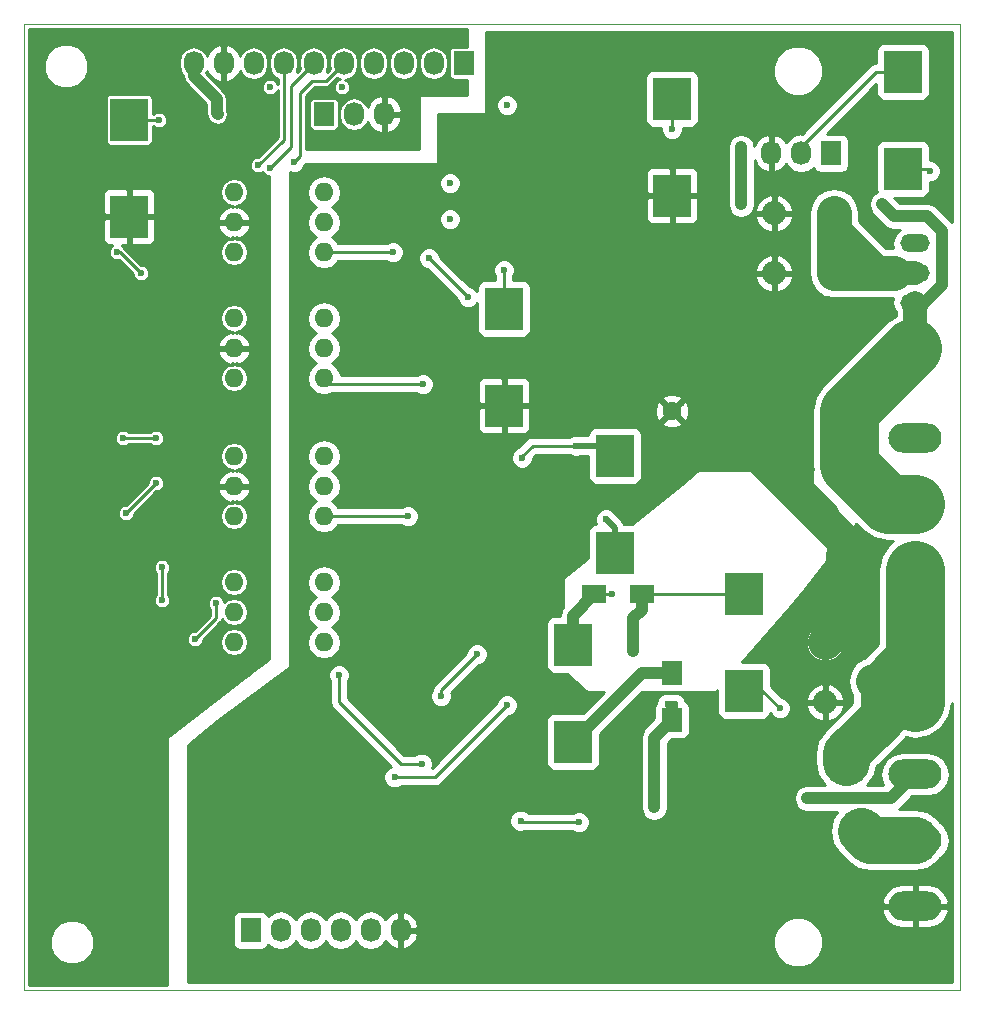
<source format=gbr>
G04 #@! TF.FileFunction,Copper,L2,Bot,Signal*
%FSLAX46Y46*%
G04 Gerber Fmt 4.6, Leading zero omitted, Abs format (unit mm)*
G04 Created by KiCad (PCBNEW (after 2015-mar-04 BZR unknown)-product) date 26/07/2015 13:07:27*
%MOMM*%
G01*
G04 APERTURE LIST*
%ADD10C,0.100000*%
%ADD11C,2.032000*%
%ADD12O,2.032000X2.032000*%
%ADD13R,2.000000X1.600000*%
%ADD14R,1.727200X2.032000*%
%ADD15O,1.727200X2.032000*%
%ADD16O,4.500880X2.499360*%
%ADD17O,2.499360X1.501140*%
%ADD18R,1.700000X2.000000*%
%ADD19O,1.600000X1.600000*%
%ADD20R,1.600000X1.600000*%
%ADD21C,1.600000*%
%ADD22R,3.200000X3.600000*%
%ADD23C,0.600000*%
%ADD24C,0.254000*%
%ADD25C,3.000000*%
%ADD26C,4.000000*%
%ADD27C,1.016000*%
%ADD28C,0.508000*%
%ADD29C,5.000000*%
%ADD30C,2.032000*%
G04 APERTURE END LIST*
D10*
X106172000Y-34036000D02*
X106172000Y-115824000D01*
X185420000Y-34036000D02*
X106172000Y-34036000D01*
X185420000Y-115824000D02*
X185420000Y-34036000D01*
X106172000Y-115824000D02*
X185420000Y-115824000D01*
D11*
X174752000Y-55118000D03*
X174752000Y-50038000D03*
D12*
X169672000Y-55118000D03*
X169672000Y-50038000D03*
D11*
X181610000Y-91440000D03*
D12*
X173990000Y-91440000D03*
D11*
X181610000Y-86360000D03*
D12*
X173990000Y-86360000D03*
D13*
X154464000Y-82296000D03*
X158464000Y-82296000D03*
D14*
X143383000Y-37338000D03*
D15*
X140843000Y-37338000D03*
X138303000Y-37338000D03*
X135763000Y-37338000D03*
X133223000Y-37338000D03*
X130683000Y-37338000D03*
X128143000Y-37338000D03*
X125603000Y-37338000D03*
X123063000Y-37338000D03*
X120523000Y-37338000D03*
D14*
X174498000Y-44958000D03*
D15*
X171958000Y-44958000D03*
X169418000Y-44958000D03*
D14*
X131572000Y-41656000D03*
D15*
X134112000Y-41656000D03*
X136652000Y-41656000D03*
D14*
X125349000Y-110744000D03*
D15*
X127889000Y-110744000D03*
X130429000Y-110744000D03*
X132969000Y-110744000D03*
X135509000Y-110744000D03*
X138049000Y-110744000D03*
D16*
X181610000Y-74676000D03*
X181610000Y-69088000D03*
X181610000Y-80264000D03*
X181610000Y-103124000D03*
X181610000Y-97536000D03*
X181610000Y-108712000D03*
D17*
X181610000Y-55118000D03*
X181610000Y-52578000D03*
X181610000Y-57658000D03*
D18*
X161036000Y-88932000D03*
X161036000Y-92932000D03*
D19*
X123952000Y-48260000D03*
X123952000Y-50800000D03*
X123952000Y-53340000D03*
X131572000Y-53340000D03*
X131572000Y-50800000D03*
X131572000Y-48260000D03*
X123952000Y-58928000D03*
X123952000Y-61468000D03*
X123952000Y-64008000D03*
X131572000Y-64008000D03*
X131572000Y-61468000D03*
X131572000Y-58928000D03*
X123952000Y-70612000D03*
X123952000Y-73152000D03*
X123952000Y-75692000D03*
X131572000Y-75692000D03*
X131572000Y-73152000D03*
X131572000Y-70612000D03*
X131572000Y-86360000D03*
X131572000Y-83820000D03*
X131572000Y-81280000D03*
X123952000Y-81280000D03*
X123952000Y-83820000D03*
X123952000Y-86360000D03*
D20*
X176022000Y-66802000D03*
D21*
X161022000Y-66802000D03*
D22*
X180594000Y-38064000D03*
X180594000Y-46264000D03*
X146812000Y-58130000D03*
X146812000Y-66330000D03*
X115062000Y-42128000D03*
X115062000Y-50328000D03*
X161036000Y-40350000D03*
X161036000Y-48550000D03*
X167132000Y-82260000D03*
X167132000Y-90460000D03*
X156210000Y-70576000D03*
X156210000Y-78776000D03*
X152654000Y-86578000D03*
X152654000Y-94778000D03*
D23*
X127000000Y-39370000D03*
X133096000Y-39370000D03*
X147066000Y-40894000D03*
X142240000Y-50546000D03*
X142240000Y-47498000D03*
X117602000Y-42164000D03*
X161036000Y-42926000D03*
X136525000Y-84328000D03*
X137287000Y-84328000D03*
X181610000Y-41910000D03*
X142494000Y-107569000D03*
X144145000Y-102489000D03*
X155575000Y-97536000D03*
X155575000Y-96901000D03*
X155575000Y-100076000D03*
X155575000Y-99441000D03*
X157988000Y-91440000D03*
X158750000Y-91440000D03*
X151003000Y-42418000D03*
X151765000Y-42418000D03*
X155575000Y-42418000D03*
X156337000Y-42418000D03*
X169672000Y-51816000D03*
X169672000Y-53149500D03*
X166878000Y-69088000D03*
X144526000Y-45085000D03*
X144526000Y-45847000D03*
X153670000Y-51689000D03*
X157480000Y-55372000D03*
X149987000Y-55372000D03*
X153670000Y-58928000D03*
X164592000Y-66802000D03*
X134620000Y-47498000D03*
X139192000Y-47244000D03*
X136906000Y-67564000D03*
X140716000Y-67818000D03*
X141478000Y-58674000D03*
X136906000Y-58674000D03*
X165862000Y-68072000D03*
X175514000Y-84836000D03*
X176022000Y-78994000D03*
X176022000Y-81534000D03*
X114808000Y-86360000D03*
X120904000Y-89916000D03*
X109728000Y-70104000D03*
X109220000Y-47244000D03*
X117348000Y-91440000D03*
X108204000Y-55880000D03*
X119380000Y-39116000D03*
X148209000Y-101473000D03*
X153162000Y-101600000D03*
X159512000Y-100330000D03*
X159512000Y-99314000D03*
X159512000Y-96647000D03*
X159512000Y-97790000D03*
X160655000Y-91567000D03*
X161290000Y-91567000D03*
X166878000Y-49276000D03*
X166878000Y-44450000D03*
X146812000Y-54864000D03*
X155956000Y-82296000D03*
X157734000Y-87122000D03*
X175768000Y-96520000D03*
X178435000Y-90043000D03*
X177038000Y-102362000D03*
X137541000Y-97790000D03*
X147066000Y-91694000D03*
X152908000Y-69723000D03*
X148336000Y-70739000D03*
X176022000Y-66802000D03*
X181356000Y-61468000D03*
X179070000Y-63754000D03*
X178816000Y-49276000D03*
X155448000Y-75946000D03*
X170180000Y-91948000D03*
X182880000Y-46482000D03*
X122555000Y-41656000D03*
X144526000Y-87376000D03*
X141478000Y-90932000D03*
X122428000Y-83058000D03*
X120650000Y-86106000D03*
X129032000Y-45720000D03*
X114808000Y-75438000D03*
X117348000Y-72898000D03*
X127000000Y-46228000D03*
X125984000Y-45974000D03*
X179832000Y-55118000D03*
X176784000Y-55118000D03*
X139827000Y-96647000D03*
X132842000Y-89154000D03*
X172466000Y-99568000D03*
X137414000Y-53340000D03*
X140462000Y-53848000D03*
X143764000Y-57150000D03*
X139954000Y-64516000D03*
X138684000Y-75692000D03*
X116078000Y-55118000D03*
X114046000Y-53340000D03*
X117348000Y-69088000D03*
X114554000Y-69088000D03*
X117856000Y-80010000D03*
X117856000Y-82804000D03*
D24*
X115062000Y-42128000D02*
X115098000Y-42164000D01*
X115098000Y-42164000D02*
X117602000Y-42164000D01*
X161036000Y-40350000D02*
X161036000Y-42926000D01*
D25*
X171196000Y-73406000D02*
X166878000Y-69088000D01*
X176022000Y-78232000D02*
X171196000Y-73406000D01*
X176022000Y-84328000D02*
X176022000Y-78232000D01*
X175514000Y-84836000D02*
X176022000Y-84328000D01*
X173990000Y-86360000D02*
X175514000Y-84836000D01*
X166878000Y-69088000D02*
X165862000Y-68072000D01*
X165862000Y-68072000D02*
X164592000Y-66802000D01*
X173736000Y-75692000D02*
X171196000Y-73152000D01*
X171196000Y-73152000D02*
X171196000Y-73406000D01*
D26*
X176022000Y-84328000D02*
X176022000Y-78994000D01*
X175514000Y-84836000D02*
X176022000Y-84328000D01*
X176022000Y-81534000D02*
X176022000Y-78994000D01*
X176022000Y-84328000D02*
X176022000Y-81534000D01*
X175514000Y-84836000D02*
X176022000Y-84328000D01*
D24*
X148209000Y-101473000D02*
X148336000Y-101600000D01*
X148336000Y-101600000D02*
X153162000Y-101600000D01*
D27*
X159512000Y-97282000D02*
X159512000Y-96647000D01*
X159512000Y-99314000D02*
X159512000Y-97282000D01*
D24*
X159512000Y-99822000D02*
X159512000Y-100330000D01*
D27*
X159512000Y-99314000D02*
X159512000Y-100330000D01*
X159512000Y-97790000D02*
X159512000Y-97282000D01*
D28*
X160655000Y-91567000D02*
X161290000Y-91567000D01*
D27*
X166878000Y-44450000D02*
X166878000Y-49276000D01*
D28*
X160972500Y-92360500D02*
X160972500Y-91567000D01*
X161036000Y-91948000D02*
X160655000Y-91567000D01*
D27*
X161036000Y-92932000D02*
X161036000Y-91948000D01*
X159512000Y-94456000D02*
X161036000Y-92932000D01*
X159512000Y-96647000D02*
X159512000Y-94456000D01*
D24*
X146812000Y-58130000D02*
X146812000Y-54864000D01*
D27*
X152654000Y-86578000D02*
X152654000Y-84106000D01*
X152654000Y-84106000D02*
X154464000Y-82296000D01*
D24*
X155956000Y-82296000D02*
X154464000Y-82296000D01*
X158464000Y-82296000D02*
X167096000Y-82296000D01*
X167096000Y-82296000D02*
X167132000Y-82260000D01*
D27*
X157734000Y-84328000D02*
X157734000Y-87122000D01*
X158464000Y-83598000D02*
X157734000Y-84328000D01*
X158464000Y-82296000D02*
X158464000Y-83598000D01*
D29*
X181610000Y-80264000D02*
X181610000Y-86360000D01*
X181610000Y-86360000D02*
X181610000Y-91440000D01*
D26*
X175768000Y-95758000D02*
X175768000Y-96520000D01*
X178435000Y-93091000D02*
X175768000Y-95758000D01*
X180086000Y-91440000D02*
X178435000Y-93091000D01*
X181610000Y-91440000D02*
X180086000Y-91440000D01*
D25*
X178435000Y-90043000D02*
X178054000Y-89662000D01*
X178435000Y-93091000D02*
X178435000Y-90043000D01*
X178435000Y-89535000D02*
X181610000Y-86360000D01*
X178435000Y-90043000D02*
X178435000Y-89535000D01*
X178435000Y-89535000D02*
X178435000Y-90043000D01*
D26*
X177800000Y-103124000D02*
X177038000Y-102362000D01*
X181610000Y-103124000D02*
X177800000Y-103124000D01*
D28*
X152908000Y-69723000D02*
X155357000Y-69723000D01*
X155357000Y-69723000D02*
X156210000Y-70576000D01*
D24*
X171958000Y-44958000D02*
X171958000Y-44450000D01*
X171958000Y-44450000D02*
X178344000Y-38064000D01*
X178344000Y-38064000D02*
X180594000Y-38064000D01*
X137541000Y-97790000D02*
X140970000Y-97790000D01*
X140970000Y-97790000D02*
X147066000Y-91694000D01*
X149225000Y-69723000D02*
X152908000Y-69723000D01*
X148336000Y-70612000D02*
X149225000Y-69723000D01*
X148336000Y-70739000D02*
X148336000Y-70612000D01*
D29*
X176022000Y-71374000D02*
X176022000Y-66802000D01*
X179324000Y-74676000D02*
X176022000Y-71374000D01*
X181610000Y-74676000D02*
X179324000Y-74676000D01*
X179070000Y-63754000D02*
X181356000Y-61468000D01*
X176022000Y-66802000D02*
X179070000Y-63754000D01*
D30*
X181610000Y-61214000D02*
X181356000Y-61468000D01*
X181610000Y-57658000D02*
X181610000Y-61214000D01*
D27*
X179832000Y-50292000D02*
X178816000Y-49276000D01*
X182626000Y-50292000D02*
X179832000Y-50292000D01*
X183896000Y-51562000D02*
X182626000Y-50292000D01*
X183896000Y-56134000D02*
X183896000Y-51562000D01*
X182372000Y-57658000D02*
X183896000Y-56134000D01*
D28*
X181610000Y-57658000D02*
X182372000Y-57658000D01*
D27*
X161036000Y-88932000D02*
X158500000Y-88932000D01*
X158500000Y-88932000D02*
X152654000Y-94778000D01*
X161004000Y-88900000D02*
X161036000Y-88932000D01*
D28*
X156210000Y-78776000D02*
X156210000Y-76708000D01*
X156210000Y-76708000D02*
X155448000Y-75946000D01*
D24*
X167132000Y-90460000D02*
X168692000Y-90460000D01*
X168692000Y-90460000D02*
X170180000Y-91948000D01*
X180594000Y-46264000D02*
X182662000Y-46264000D01*
X182662000Y-46264000D02*
X182880000Y-46482000D01*
D27*
X120523000Y-37338000D02*
X120523000Y-38417500D01*
X122491500Y-41592500D02*
X122555000Y-41656000D01*
X122491500Y-40386000D02*
X122491500Y-41592500D01*
X120523000Y-38417500D02*
X122491500Y-40386000D01*
D24*
X144526000Y-87376000D02*
X143002000Y-88900000D01*
X141478000Y-90424000D02*
X141478000Y-90932000D01*
X143002000Y-88900000D02*
X141478000Y-90424000D01*
X122428000Y-84328000D02*
X122428000Y-83058000D01*
X120650000Y-86106000D02*
X122428000Y-84328000D01*
X131699000Y-38862000D02*
X133223000Y-37338000D01*
X130556000Y-38862000D02*
X131699000Y-38862000D01*
X129540000Y-39878000D02*
X130556000Y-38862000D01*
X129540000Y-45212000D02*
X129540000Y-39878000D01*
X129032000Y-45720000D02*
X129540000Y-45212000D01*
X117348000Y-72898000D02*
X114808000Y-75438000D01*
X128778000Y-44450000D02*
X127000000Y-46228000D01*
X128778000Y-39243000D02*
X128778000Y-44450000D01*
X130683000Y-37338000D02*
X128778000Y-39243000D01*
X128143000Y-43815000D02*
X128143000Y-37338000D01*
X125984000Y-45974000D02*
X128143000Y-43815000D01*
D30*
X181610000Y-55118000D02*
X179832000Y-55118000D01*
D25*
X176784000Y-55118000D02*
X174752000Y-55118000D01*
X178308000Y-55118000D02*
X176784000Y-55118000D01*
X179832000Y-55118000D02*
X178308000Y-55118000D01*
X174752000Y-51562000D02*
X178308000Y-55118000D01*
X174752000Y-50038000D02*
X174752000Y-51562000D01*
X174752000Y-55118000D02*
X174752000Y-50038000D01*
D24*
X132842000Y-91440000D02*
X132842000Y-89154000D01*
X138049000Y-96647000D02*
X132842000Y-91440000D01*
X139827000Y-96647000D02*
X138049000Y-96647000D01*
D27*
X179578000Y-99568000D02*
X181610000Y-97536000D01*
X172466000Y-99568000D02*
X179578000Y-99568000D01*
D24*
X131572000Y-53340000D02*
X137414000Y-53340000D01*
X143764000Y-57150000D02*
X140462000Y-53848000D01*
X132080000Y-64516000D02*
X139954000Y-64516000D01*
X131572000Y-64008000D02*
X132080000Y-64516000D01*
X131572000Y-75692000D02*
X138684000Y-75692000D01*
X114300000Y-53340000D02*
X116078000Y-55118000D01*
X114046000Y-53340000D02*
X114300000Y-53340000D01*
X114554000Y-69088000D02*
X117348000Y-69088000D01*
X117856000Y-82804000D02*
X117856000Y-80010000D01*
G36*
X184735000Y-115139000D02*
X184448138Y-115139000D01*
X184448138Y-109131595D01*
X184448138Y-108292405D01*
X184400578Y-108108097D01*
X184033233Y-107469133D01*
X183449329Y-107019384D01*
X182737760Y-106827320D01*
X181737000Y-106827320D01*
X181737000Y-108585000D01*
X184332011Y-108585000D01*
X184448138Y-108292405D01*
X184448138Y-109131595D01*
X184332011Y-108839000D01*
X181737000Y-108839000D01*
X181737000Y-110596680D01*
X182737760Y-110596680D01*
X183449329Y-110404616D01*
X184033233Y-109954867D01*
X184400578Y-109315903D01*
X184448138Y-109131595D01*
X184448138Y-115139000D01*
X181483000Y-115139000D01*
X181483000Y-110596680D01*
X181483000Y-108839000D01*
X181483000Y-108585000D01*
X181483000Y-106827320D01*
X180482240Y-106827320D01*
X179770671Y-107019384D01*
X179186767Y-107469133D01*
X178819422Y-108108097D01*
X178771862Y-108292405D01*
X178887989Y-108585000D01*
X181483000Y-108585000D01*
X181483000Y-108839000D01*
X178887989Y-108839000D01*
X178771862Y-109131595D01*
X178819422Y-109315903D01*
X179186767Y-109954867D01*
X179770671Y-110404616D01*
X180482240Y-110596680D01*
X181483000Y-110596680D01*
X181483000Y-115139000D01*
X173839370Y-115139000D01*
X173839370Y-111337185D01*
X173515020Y-110552200D01*
X172914959Y-109951091D01*
X172130541Y-109625372D01*
X171281185Y-109624630D01*
X170496200Y-109948980D01*
X169895091Y-110549041D01*
X169569372Y-111333459D01*
X169568630Y-112182815D01*
X169892980Y-112967800D01*
X170493041Y-113568909D01*
X171277459Y-113894628D01*
X172126815Y-113895370D01*
X172911800Y-113571020D01*
X173512909Y-112970959D01*
X173838628Y-112186541D01*
X173839370Y-111337185D01*
X173839370Y-115139000D01*
X162533440Y-115139000D01*
X162533440Y-93932000D01*
X162533440Y-91932000D01*
X162486463Y-91689877D01*
X162346673Y-91477073D01*
X162225150Y-91395043D01*
X162225162Y-91381833D01*
X162083117Y-91038057D01*
X161820327Y-90774808D01*
X161476799Y-90632162D01*
X161104833Y-90631838D01*
X160993112Y-90678000D01*
X160972500Y-90678000D01*
X160952188Y-90678000D01*
X160841799Y-90632162D01*
X160469833Y-90631838D01*
X160126057Y-90773883D01*
X159862808Y-91036673D01*
X159720162Y-91380201D01*
X159720068Y-91487629D01*
X159588623Y-91682360D01*
X159538560Y-91932000D01*
X159538560Y-92812994D01*
X158703777Y-93647777D01*
X158456006Y-94018593D01*
X158369000Y-94456000D01*
X158369000Y-96647000D01*
X158369000Y-97282000D01*
X158369000Y-97790000D01*
X158369000Y-99314000D01*
X158369000Y-100330000D01*
X158456006Y-100767407D01*
X158703777Y-101138223D01*
X159074593Y-101385994D01*
X159512000Y-101473000D01*
X159949407Y-101385994D01*
X160320223Y-101138223D01*
X160567994Y-100767407D01*
X160655000Y-100330000D01*
X160655000Y-99314000D01*
X160655000Y-97790000D01*
X160655000Y-97282000D01*
X160655000Y-96647000D01*
X160655000Y-94929446D01*
X161005006Y-94579440D01*
X161886000Y-94579440D01*
X162128123Y-94532463D01*
X162340927Y-94392673D01*
X162483377Y-94181640D01*
X162533440Y-93932000D01*
X162533440Y-115139000D01*
X154097162Y-115139000D01*
X154097162Y-101414833D01*
X153955117Y-101071057D01*
X153692327Y-100807808D01*
X153348799Y-100665162D01*
X152976833Y-100664838D01*
X152633057Y-100806883D01*
X152601885Y-100838000D01*
X148896244Y-100838000D01*
X148739327Y-100680808D01*
X148395799Y-100538162D01*
X148023833Y-100537838D01*
X148001162Y-100547205D01*
X148001162Y-91508833D01*
X147859117Y-91165057D01*
X147596327Y-90901808D01*
X147252799Y-90759162D01*
X146880833Y-90758838D01*
X146685000Y-90839754D01*
X146685000Y-68606250D01*
X146685000Y-66457000D01*
X146685000Y-66203000D01*
X146685000Y-64053750D01*
X146526250Y-63895000D01*
X145338309Y-63895000D01*
X145085690Y-63895000D01*
X144852301Y-63991673D01*
X144673673Y-64170302D01*
X144577000Y-64403691D01*
X144577000Y-66044250D01*
X144735750Y-66203000D01*
X146685000Y-66203000D01*
X146685000Y-66457000D01*
X144735750Y-66457000D01*
X144577000Y-66615750D01*
X144577000Y-68256309D01*
X144673673Y-68489698D01*
X144852301Y-68668327D01*
X145085690Y-68765000D01*
X145338309Y-68765000D01*
X146526250Y-68765000D01*
X146685000Y-68606250D01*
X146685000Y-90839754D01*
X146537057Y-90900883D01*
X146273808Y-91163673D01*
X146131162Y-91507201D01*
X146131123Y-91551246D01*
X145461162Y-92221207D01*
X145461162Y-87190833D01*
X145319117Y-86847057D01*
X145056327Y-86583808D01*
X144712799Y-86441162D01*
X144340833Y-86440838D01*
X143997057Y-86582883D01*
X143733808Y-86845673D01*
X143591162Y-87189201D01*
X143591123Y-87233245D01*
X142463187Y-88361182D01*
X142463184Y-88361185D01*
X140939185Y-89885185D01*
X140889162Y-89960049D01*
X140889162Y-64330833D01*
X140747117Y-63987057D01*
X140484327Y-63723808D01*
X140140799Y-63581162D01*
X139768833Y-63580838D01*
X139425057Y-63722883D01*
X139393885Y-63754000D01*
X138349162Y-63754000D01*
X138349162Y-53154833D01*
X138207117Y-52811057D01*
X137944327Y-52547808D01*
X137600799Y-52405162D01*
X137228833Y-52404838D01*
X136885057Y-52546883D01*
X136853885Y-52578000D01*
X132783658Y-52578000D01*
X132614811Y-52325302D01*
X132232725Y-52070000D01*
X132614811Y-51814698D01*
X132925880Y-51349151D01*
X133035113Y-50800000D01*
X132925880Y-50250849D01*
X132614811Y-49785302D01*
X132232725Y-49530000D01*
X132614811Y-49274698D01*
X132925880Y-48809151D01*
X133035113Y-48260000D01*
X132925880Y-47710849D01*
X132614811Y-47245302D01*
X132149264Y-46934233D01*
X131600113Y-46825000D01*
X131543887Y-46825000D01*
X130994736Y-46934233D01*
X130529189Y-47245302D01*
X130218120Y-47710849D01*
X130108887Y-48260000D01*
X130218120Y-48809151D01*
X130529189Y-49274698D01*
X130911274Y-49529999D01*
X130529189Y-49785302D01*
X130218120Y-50250849D01*
X130108887Y-50800000D01*
X130218120Y-51349151D01*
X130529189Y-51814698D01*
X130911274Y-52069999D01*
X130529189Y-52325302D01*
X130218120Y-52790849D01*
X130108887Y-53340000D01*
X130218120Y-53889151D01*
X130529189Y-54354698D01*
X130994736Y-54665767D01*
X131543887Y-54775000D01*
X131600113Y-54775000D01*
X132149264Y-54665767D01*
X132614811Y-54354698D01*
X132783658Y-54102000D01*
X136853533Y-54102000D01*
X136883673Y-54132192D01*
X137227201Y-54274838D01*
X137599167Y-54275162D01*
X137942943Y-54133117D01*
X138206192Y-53870327D01*
X138348838Y-53526799D01*
X138349162Y-53154833D01*
X138349162Y-63754000D01*
X132984589Y-63754000D01*
X132925880Y-63458849D01*
X132614811Y-62993302D01*
X132232725Y-62738000D01*
X132614811Y-62482698D01*
X132925880Y-62017151D01*
X133035113Y-61468000D01*
X132925880Y-60918849D01*
X132614811Y-60453302D01*
X132232725Y-60198000D01*
X132614811Y-59942698D01*
X132925880Y-59477151D01*
X133035113Y-58928000D01*
X132925880Y-58378849D01*
X132614811Y-57913302D01*
X132149264Y-57602233D01*
X131600113Y-57493000D01*
X131543887Y-57493000D01*
X130994736Y-57602233D01*
X130529189Y-57913302D01*
X130218120Y-58378849D01*
X130108887Y-58928000D01*
X130218120Y-59477151D01*
X130529189Y-59942698D01*
X130911274Y-60197999D01*
X130529189Y-60453302D01*
X130218120Y-60918849D01*
X130108887Y-61468000D01*
X130218120Y-62017151D01*
X130529189Y-62482698D01*
X130911274Y-62737999D01*
X130529189Y-62993302D01*
X130218120Y-63458849D01*
X130108887Y-64008000D01*
X130218120Y-64557151D01*
X130529189Y-65022698D01*
X130994736Y-65333767D01*
X131543887Y-65443000D01*
X131600113Y-65443000D01*
X132149264Y-65333767D01*
X132232725Y-65278000D01*
X139393533Y-65278000D01*
X139423673Y-65308192D01*
X139767201Y-65450838D01*
X140139167Y-65451162D01*
X140482943Y-65309117D01*
X140746192Y-65046327D01*
X140888838Y-64702799D01*
X140889162Y-64330833D01*
X140889162Y-89960049D01*
X140774004Y-90132395D01*
X140729022Y-90358533D01*
X140729021Y-90358534D01*
X140685808Y-90401673D01*
X140543162Y-90745201D01*
X140542838Y-91117167D01*
X140684883Y-91460943D01*
X140947673Y-91724192D01*
X141291201Y-91866838D01*
X141663167Y-91867162D01*
X142006943Y-91725117D01*
X142270192Y-91462327D01*
X142412838Y-91118799D01*
X142413162Y-90746833D01*
X142360426Y-90619203D01*
X143540815Y-89438816D01*
X143540815Y-89438815D01*
X143540817Y-89438812D01*
X144668505Y-88311124D01*
X144711167Y-88311162D01*
X145054943Y-88169117D01*
X145318192Y-87906327D01*
X145460838Y-87562799D01*
X145461162Y-87190833D01*
X145461162Y-92221207D01*
X140700249Y-96982120D01*
X140761838Y-96833799D01*
X140762162Y-96461833D01*
X140620117Y-96118057D01*
X140357327Y-95854808D01*
X140013799Y-95712162D01*
X139641833Y-95711838D01*
X139619162Y-95721205D01*
X139619162Y-75506833D01*
X139477117Y-75163057D01*
X139214327Y-74899808D01*
X138870799Y-74757162D01*
X138498833Y-74756838D01*
X138155057Y-74898883D01*
X138123885Y-74930000D01*
X132783658Y-74930000D01*
X132614811Y-74677302D01*
X132232725Y-74422000D01*
X132614811Y-74166698D01*
X132925880Y-73701151D01*
X133035113Y-73152000D01*
X132925880Y-72602849D01*
X132614811Y-72137302D01*
X132232725Y-71882000D01*
X132614811Y-71626698D01*
X132925880Y-71161151D01*
X133035113Y-70612000D01*
X132925880Y-70062849D01*
X132614811Y-69597302D01*
X132149264Y-69286233D01*
X131600113Y-69177000D01*
X131543887Y-69177000D01*
X130994736Y-69286233D01*
X130529189Y-69597302D01*
X130218120Y-70062849D01*
X130108887Y-70612000D01*
X130218120Y-71161151D01*
X130529189Y-71626698D01*
X130911274Y-71882000D01*
X130529189Y-72137302D01*
X130218120Y-72602849D01*
X130108887Y-73152000D01*
X130218120Y-73701151D01*
X130529189Y-74166698D01*
X130911274Y-74422000D01*
X130529189Y-74677302D01*
X130218120Y-75142849D01*
X130108887Y-75692000D01*
X130218120Y-76241151D01*
X130529189Y-76706698D01*
X130994736Y-77017767D01*
X131543887Y-77127000D01*
X131600113Y-77127000D01*
X132149264Y-77017767D01*
X132614811Y-76706698D01*
X132783658Y-76454000D01*
X138123533Y-76454000D01*
X138153673Y-76484192D01*
X138497201Y-76626838D01*
X138869167Y-76627162D01*
X139212943Y-76485117D01*
X139476192Y-76222327D01*
X139618838Y-75878799D01*
X139619162Y-75506833D01*
X139619162Y-95721205D01*
X139298057Y-95853883D01*
X139266885Y-95885000D01*
X138364630Y-95885000D01*
X133604000Y-91124370D01*
X133604000Y-89714466D01*
X133634192Y-89684327D01*
X133776838Y-89340799D01*
X133777162Y-88968833D01*
X133635117Y-88625057D01*
X133372327Y-88361808D01*
X133035113Y-88221783D01*
X133035113Y-86360000D01*
X132925880Y-85810849D01*
X132614811Y-85345302D01*
X132232725Y-85090000D01*
X132614811Y-84834698D01*
X132925880Y-84369151D01*
X133035113Y-83820000D01*
X132925880Y-83270849D01*
X132614811Y-82805302D01*
X132232725Y-82550000D01*
X132614811Y-82294698D01*
X132925880Y-81829151D01*
X133035113Y-81280000D01*
X132925880Y-80730849D01*
X132614811Y-80265302D01*
X132149264Y-79954233D01*
X131600113Y-79845000D01*
X131543887Y-79845000D01*
X130994736Y-79954233D01*
X130529189Y-80265302D01*
X130218120Y-80730849D01*
X130108887Y-81280000D01*
X130218120Y-81829151D01*
X130529189Y-82294698D01*
X130911274Y-82550000D01*
X130529189Y-82805302D01*
X130218120Y-83270849D01*
X130108887Y-83820000D01*
X130218120Y-84369151D01*
X130529189Y-84834698D01*
X130911274Y-85090000D01*
X130529189Y-85345302D01*
X130218120Y-85810849D01*
X130108887Y-86360000D01*
X130218120Y-86909151D01*
X130529189Y-87374698D01*
X130994736Y-87685767D01*
X131543887Y-87795000D01*
X131600113Y-87795000D01*
X132149264Y-87685767D01*
X132614811Y-87374698D01*
X132925880Y-86909151D01*
X133035113Y-86360000D01*
X133035113Y-88221783D01*
X133028799Y-88219162D01*
X132656833Y-88218838D01*
X132313057Y-88360883D01*
X132049808Y-88623673D01*
X131907162Y-88967201D01*
X131906838Y-89339167D01*
X132048883Y-89682943D01*
X132080000Y-89714114D01*
X132080000Y-91440000D01*
X132138004Y-91731605D01*
X132303185Y-91978815D01*
X137230849Y-96906479D01*
X137012057Y-96996883D01*
X136748808Y-97259673D01*
X136606162Y-97603201D01*
X136605838Y-97975167D01*
X136747883Y-98318943D01*
X137010673Y-98582192D01*
X137354201Y-98724838D01*
X137726167Y-98725162D01*
X138069943Y-98583117D01*
X138101114Y-98552000D01*
X140970000Y-98552000D01*
X140970000Y-98551999D01*
X141261604Y-98493996D01*
X141261605Y-98493996D01*
X141508815Y-98328815D01*
X147208505Y-92629124D01*
X147251167Y-92629162D01*
X147594943Y-92487117D01*
X147858192Y-92224327D01*
X148000838Y-91880799D01*
X148001162Y-91508833D01*
X148001162Y-100547205D01*
X147680057Y-100679883D01*
X147416808Y-100942673D01*
X147274162Y-101286201D01*
X147273838Y-101658167D01*
X147415883Y-102001943D01*
X147678673Y-102265192D01*
X148022201Y-102407838D01*
X148394167Y-102408162D01*
X148505887Y-102362000D01*
X152601533Y-102362000D01*
X152631673Y-102392192D01*
X152975201Y-102534838D01*
X153347167Y-102535162D01*
X153690943Y-102393117D01*
X153954192Y-102130327D01*
X154096838Y-101786799D01*
X154097162Y-101414833D01*
X154097162Y-115139000D01*
X139534184Y-115139000D01*
X139534184Y-111105913D01*
X139534184Y-110382087D01*
X139340954Y-109829680D01*
X138951036Y-109393268D01*
X138423791Y-109139291D01*
X138408026Y-109136642D01*
X138176000Y-109257783D01*
X138176000Y-110617000D01*
X139389924Y-110617000D01*
X139534184Y-110382087D01*
X139534184Y-111105913D01*
X139389924Y-110871000D01*
X138176000Y-110871000D01*
X138176000Y-112230217D01*
X138408026Y-112351358D01*
X138423791Y-112348709D01*
X138951036Y-112094732D01*
X139340954Y-111658320D01*
X139534184Y-111105913D01*
X139534184Y-115139000D01*
X137922000Y-115139000D01*
X137922000Y-112230217D01*
X137922000Y-110871000D01*
X137902000Y-110871000D01*
X137902000Y-110617000D01*
X137922000Y-110617000D01*
X137922000Y-109257783D01*
X137689974Y-109136642D01*
X137674209Y-109139291D01*
X137146964Y-109393268D01*
X136775460Y-109809069D01*
X136568670Y-109499585D01*
X136082489Y-109174729D01*
X135509000Y-109060655D01*
X134935511Y-109174729D01*
X134449330Y-109499585D01*
X134239000Y-109814365D01*
X134028670Y-109499585D01*
X133542489Y-109174729D01*
X132969000Y-109060655D01*
X132395511Y-109174729D01*
X131909330Y-109499585D01*
X131699000Y-109814365D01*
X131488670Y-109499585D01*
X131002489Y-109174729D01*
X130429000Y-109060655D01*
X129855511Y-109174729D01*
X129369330Y-109499585D01*
X129159000Y-109814365D01*
X128948670Y-109499585D01*
X128462489Y-109174729D01*
X127889000Y-109060655D01*
X127315511Y-109174729D01*
X126829330Y-109499585D01*
X126818784Y-109515367D01*
X126813063Y-109485877D01*
X126673273Y-109273073D01*
X126462240Y-109130623D01*
X126212600Y-109080560D01*
X124485400Y-109080560D01*
X124243277Y-109127537D01*
X124030473Y-109267327D01*
X123888023Y-109478360D01*
X123837960Y-109728000D01*
X123837960Y-111760000D01*
X123884937Y-112002123D01*
X124024727Y-112214927D01*
X124235760Y-112357377D01*
X124485400Y-112407440D01*
X126212600Y-112407440D01*
X126454723Y-112360463D01*
X126667527Y-112220673D01*
X126809977Y-112009640D01*
X126817718Y-111971037D01*
X126829330Y-111988415D01*
X127315511Y-112313271D01*
X127889000Y-112427345D01*
X128462489Y-112313271D01*
X128948670Y-111988415D01*
X129159000Y-111673634D01*
X129369330Y-111988415D01*
X129855511Y-112313271D01*
X130429000Y-112427345D01*
X131002489Y-112313271D01*
X131488670Y-111988415D01*
X131699000Y-111673634D01*
X131909330Y-111988415D01*
X132395511Y-112313271D01*
X132969000Y-112427345D01*
X133542489Y-112313271D01*
X134028670Y-111988415D01*
X134239000Y-111673634D01*
X134449330Y-111988415D01*
X134935511Y-112313271D01*
X135509000Y-112427345D01*
X136082489Y-112313271D01*
X136568670Y-111988415D01*
X136775460Y-111678930D01*
X137146964Y-112094732D01*
X137674209Y-112348709D01*
X137689974Y-112351358D01*
X137922000Y-112230217D01*
X137922000Y-115139000D01*
X120015000Y-115139000D01*
X120015000Y-95057039D01*
X122505787Y-93064410D01*
X128651000Y-88455500D01*
X128651000Y-46574198D01*
X128845201Y-46654838D01*
X129217167Y-46655162D01*
X129560943Y-46513117D01*
X129824192Y-46250327D01*
X129966838Y-45906799D01*
X129966876Y-45862754D01*
X129982630Y-45847000D01*
X141224000Y-45847000D01*
X141224000Y-41656000D01*
X145288000Y-41656000D01*
X145288000Y-34721000D01*
X184735000Y-34721000D01*
X184735000Y-50799838D01*
X184704223Y-50753777D01*
X183434223Y-49483777D01*
X183063407Y-49236006D01*
X182626000Y-49149000D01*
X180305446Y-49149000D01*
X179867886Y-48711440D01*
X182194000Y-48711440D01*
X182436123Y-48664463D01*
X182648927Y-48524673D01*
X182791377Y-48313640D01*
X182841440Y-48064000D01*
X182841440Y-47416967D01*
X183065167Y-47417162D01*
X183408943Y-47275117D01*
X183672192Y-47012327D01*
X183814838Y-46668799D01*
X183815162Y-46296833D01*
X183673117Y-45953057D01*
X183410327Y-45689808D01*
X183066799Y-45547162D01*
X182888262Y-45547006D01*
X182888260Y-45547006D01*
X182841440Y-45537693D01*
X182841440Y-45537692D01*
X182841440Y-44464000D01*
X182841440Y-39864000D01*
X182841440Y-36264000D01*
X182794463Y-36021877D01*
X182654673Y-35809073D01*
X182443640Y-35666623D01*
X182194000Y-35616560D01*
X178994000Y-35616560D01*
X178751877Y-35663537D01*
X178539073Y-35803327D01*
X178396623Y-36014360D01*
X178346560Y-36264000D01*
X178346560Y-37302000D01*
X178344000Y-37302000D01*
X178052395Y-37360004D01*
X177953376Y-37426165D01*
X177805185Y-37525184D01*
X173839370Y-41490998D01*
X173839370Y-37550185D01*
X173515020Y-36765200D01*
X172914959Y-36164091D01*
X172130541Y-35838372D01*
X171281185Y-35837630D01*
X170496200Y-36161980D01*
X169895091Y-36762041D01*
X169569372Y-37546459D01*
X169568630Y-38395815D01*
X169892980Y-39180800D01*
X170493041Y-39781909D01*
X171277459Y-40107628D01*
X172126815Y-40108370D01*
X172911800Y-39784020D01*
X173512909Y-39183959D01*
X173838628Y-38399541D01*
X173839370Y-37550185D01*
X173839370Y-41490998D01*
X172039502Y-43290866D01*
X171958000Y-43274655D01*
X171384511Y-43388729D01*
X170898330Y-43713585D01*
X170691539Y-44023069D01*
X170320036Y-43607268D01*
X169792791Y-43353291D01*
X169777026Y-43350642D01*
X169545000Y-43471783D01*
X169545000Y-44831000D01*
X169565000Y-44831000D01*
X169565000Y-45085000D01*
X169545000Y-45085000D01*
X169545000Y-46444217D01*
X169777026Y-46565358D01*
X169792791Y-46562709D01*
X170320036Y-46308732D01*
X170691539Y-45892930D01*
X170898330Y-46202415D01*
X171384511Y-46527271D01*
X171958000Y-46641345D01*
X172531489Y-46527271D01*
X173017670Y-46202415D01*
X173028215Y-46186632D01*
X173033937Y-46216123D01*
X173173727Y-46428927D01*
X173384760Y-46571377D01*
X173634400Y-46621440D01*
X175361600Y-46621440D01*
X175603723Y-46574463D01*
X175816527Y-46434673D01*
X175958977Y-46223640D01*
X176009040Y-45974000D01*
X176009040Y-43942000D01*
X175962063Y-43699877D01*
X175822273Y-43487073D01*
X175611240Y-43344623D01*
X175361600Y-43294560D01*
X174191070Y-43294560D01*
X178346560Y-39139070D01*
X178346560Y-39864000D01*
X178393537Y-40106123D01*
X178533327Y-40318927D01*
X178744360Y-40461377D01*
X178994000Y-40511440D01*
X182194000Y-40511440D01*
X182436123Y-40464463D01*
X182648927Y-40324673D01*
X182791377Y-40113640D01*
X182841440Y-39864000D01*
X182841440Y-44464000D01*
X182794463Y-44221877D01*
X182654673Y-44009073D01*
X182443640Y-43866623D01*
X182194000Y-43816560D01*
X178994000Y-43816560D01*
X178751877Y-43863537D01*
X178539073Y-44003327D01*
X178396623Y-44214360D01*
X178346560Y-44464000D01*
X178346560Y-48064000D01*
X178377030Y-48221049D01*
X178007777Y-48467777D01*
X177760006Y-48838593D01*
X177673000Y-49276000D01*
X177760006Y-49713407D01*
X178007777Y-50084223D01*
X179023777Y-51100223D01*
X179394593Y-51347994D01*
X179832000Y-51435000D01*
X180338547Y-51435000D01*
X180094221Y-51598254D01*
X179793867Y-52047765D01*
X179688397Y-52578000D01*
X179768956Y-52983000D01*
X179192346Y-52983000D01*
X176887000Y-50677654D01*
X176887000Y-50038000D01*
X176724483Y-49220971D01*
X176261673Y-48528327D01*
X175569029Y-48065517D01*
X174752000Y-47903000D01*
X173934971Y-48065517D01*
X173242327Y-48528327D01*
X172779517Y-49220971D01*
X172617000Y-50038000D01*
X172617000Y-51562000D01*
X172617000Y-55118000D01*
X172779517Y-55935029D01*
X173242327Y-56627673D01*
X173934971Y-57090483D01*
X174752000Y-57253000D01*
X176784000Y-57253000D01*
X178308000Y-57253000D01*
X179768956Y-57253000D01*
X179688397Y-57658000D01*
X179793867Y-58188235D01*
X179959000Y-58435373D01*
X179959000Y-58703461D01*
X179139220Y-59251220D01*
X176853220Y-61537220D01*
X173805220Y-64585220D01*
X173125638Y-65602287D01*
X172887000Y-66802000D01*
X172887000Y-71374000D01*
X172962785Y-71755000D01*
X172847000Y-71755000D01*
X172847000Y-72991212D01*
X171277983Y-72617636D01*
X171277983Y-55500946D01*
X171277983Y-54735054D01*
X171277983Y-50420946D01*
X171277983Y-49655054D01*
X171009188Y-49069621D01*
X170536818Y-48631615D01*
X170054944Y-48432025D01*
X169799000Y-48551164D01*
X169799000Y-49911000D01*
X171159367Y-49911000D01*
X171277983Y-49655054D01*
X171277983Y-50420946D01*
X171159367Y-50165000D01*
X169799000Y-50165000D01*
X169799000Y-51524836D01*
X170054944Y-51643975D01*
X170536818Y-51444385D01*
X171009188Y-51006379D01*
X171277983Y-50420946D01*
X171277983Y-54735054D01*
X171009188Y-54149621D01*
X170536818Y-53711615D01*
X170054944Y-53512025D01*
X169799000Y-53631164D01*
X169799000Y-54991000D01*
X171159367Y-54991000D01*
X171277983Y-54735054D01*
X171277983Y-55500946D01*
X171159367Y-55245000D01*
X169799000Y-55245000D01*
X169799000Y-56604836D01*
X170054944Y-56723975D01*
X170536818Y-56524385D01*
X171009188Y-56086379D01*
X171277983Y-55500946D01*
X171277983Y-72617636D01*
X169545000Y-72205021D01*
X169545000Y-56604836D01*
X169545000Y-55245000D01*
X169545000Y-54991000D01*
X169545000Y-53631164D01*
X169545000Y-51524836D01*
X169545000Y-50165000D01*
X169545000Y-49911000D01*
X169545000Y-48551164D01*
X169291000Y-48432929D01*
X169291000Y-46444217D01*
X169291000Y-45085000D01*
X169271000Y-45085000D01*
X169271000Y-44831000D01*
X169291000Y-44831000D01*
X169291000Y-43471783D01*
X169058974Y-43350642D01*
X169043209Y-43353291D01*
X168515964Y-43607268D01*
X168126046Y-44043680D01*
X168007556Y-44382417D01*
X167933994Y-44012593D01*
X167686223Y-43641777D01*
X167315407Y-43394006D01*
X166878000Y-43307000D01*
X166440593Y-43394006D01*
X166069777Y-43641777D01*
X165822006Y-44012593D01*
X165735000Y-44450000D01*
X165735000Y-49276000D01*
X165822006Y-49713407D01*
X166069777Y-50084223D01*
X166440593Y-50331994D01*
X166878000Y-50419000D01*
X167315407Y-50331994D01*
X167686223Y-50084223D01*
X167933994Y-49713407D01*
X168021000Y-49276000D01*
X168021000Y-45572013D01*
X168126046Y-45872320D01*
X168515964Y-46308732D01*
X169043209Y-46562709D01*
X169058974Y-46565358D01*
X169291000Y-46444217D01*
X169291000Y-48432929D01*
X169289056Y-48432025D01*
X168807182Y-48631615D01*
X168334812Y-49069621D01*
X168066017Y-49655054D01*
X168184633Y-49911000D01*
X169545000Y-49911000D01*
X169545000Y-50165000D01*
X168184633Y-50165000D01*
X168066017Y-50420946D01*
X168334812Y-51006379D01*
X168807182Y-51444385D01*
X169289056Y-51643975D01*
X169545000Y-51524836D01*
X169545000Y-53631164D01*
X169289056Y-53512025D01*
X168807182Y-53711615D01*
X168334812Y-54149621D01*
X168066017Y-54735054D01*
X168184633Y-54991000D01*
X169545000Y-54991000D01*
X169545000Y-55245000D01*
X168184633Y-55245000D01*
X168066017Y-55500946D01*
X168334812Y-56086379D01*
X168807182Y-56524385D01*
X169289056Y-56723975D01*
X169545000Y-56604836D01*
X169545000Y-72205021D01*
X167654911Y-71755000D01*
X163283440Y-71755000D01*
X163283440Y-42150000D01*
X163283440Y-38550000D01*
X163236463Y-38307877D01*
X163096673Y-38095073D01*
X162885640Y-37952623D01*
X162636000Y-37902560D01*
X159436000Y-37902560D01*
X159193877Y-37949537D01*
X158981073Y-38089327D01*
X158838623Y-38300360D01*
X158788560Y-38550000D01*
X158788560Y-42150000D01*
X158835537Y-42392123D01*
X158975327Y-42604927D01*
X159186360Y-42747377D01*
X159436000Y-42797440D01*
X160101111Y-42797440D01*
X160100838Y-43111167D01*
X160242883Y-43454943D01*
X160505673Y-43718192D01*
X160849201Y-43860838D01*
X161221167Y-43861162D01*
X161564943Y-43719117D01*
X161828192Y-43456327D01*
X161970838Y-43112799D01*
X161971112Y-42797440D01*
X162636000Y-42797440D01*
X162878123Y-42750463D01*
X163090927Y-42610673D01*
X163233377Y-42399640D01*
X163283440Y-42150000D01*
X163283440Y-71755000D01*
X163276666Y-71755000D01*
X163271000Y-71759635D01*
X163271000Y-50476309D01*
X163271000Y-48835750D01*
X163271000Y-48264250D01*
X163271000Y-46623691D01*
X163174327Y-46390302D01*
X162995699Y-46211673D01*
X162762310Y-46115000D01*
X162509691Y-46115000D01*
X161321750Y-46115000D01*
X161163000Y-46273750D01*
X161163000Y-48423000D01*
X163112250Y-48423000D01*
X163271000Y-48264250D01*
X163271000Y-48835750D01*
X163112250Y-48677000D01*
X161163000Y-48677000D01*
X161163000Y-50826250D01*
X161321750Y-50985000D01*
X162509691Y-50985000D01*
X162762310Y-50985000D01*
X162995699Y-50888327D01*
X163174327Y-50709698D01*
X163271000Y-50476309D01*
X163271000Y-71759635D01*
X162468965Y-72415845D01*
X162468965Y-67018777D01*
X162441778Y-66448546D01*
X162275864Y-66047995D01*
X162029745Y-65973861D01*
X161850139Y-66153466D01*
X161850139Y-65794255D01*
X161776005Y-65548136D01*
X161238777Y-65355035D01*
X160909000Y-65370757D01*
X160909000Y-50826250D01*
X160909000Y-48677000D01*
X160909000Y-48423000D01*
X160909000Y-46273750D01*
X160750250Y-46115000D01*
X159562309Y-46115000D01*
X159309690Y-46115000D01*
X159076301Y-46211673D01*
X158897673Y-46390302D01*
X158801000Y-46623691D01*
X158801000Y-48264250D01*
X158959750Y-48423000D01*
X160909000Y-48423000D01*
X160909000Y-48677000D01*
X158959750Y-48677000D01*
X158801000Y-48835750D01*
X158801000Y-50476309D01*
X158897673Y-50709698D01*
X159076301Y-50888327D01*
X159309690Y-50985000D01*
X159562309Y-50985000D01*
X160750250Y-50985000D01*
X160909000Y-50826250D01*
X160909000Y-65370757D01*
X160668546Y-65382222D01*
X160267995Y-65548136D01*
X160193861Y-65794255D01*
X161022000Y-66622395D01*
X161850139Y-65794255D01*
X161850139Y-66153466D01*
X161201605Y-66802000D01*
X162029745Y-67630139D01*
X162275864Y-67556005D01*
X162468965Y-67018777D01*
X162468965Y-72415845D01*
X161850139Y-72922157D01*
X161850139Y-67809745D01*
X161022000Y-66981605D01*
X160842395Y-67161210D01*
X160842395Y-66802000D01*
X160014255Y-65973861D01*
X159768136Y-66047995D01*
X159575035Y-66585223D01*
X159602222Y-67155454D01*
X159768136Y-67556005D01*
X160014255Y-67630139D01*
X160842395Y-66802000D01*
X160842395Y-67161210D01*
X160193861Y-67809745D01*
X160267995Y-68055864D01*
X160805223Y-68248965D01*
X161375454Y-68221778D01*
X161776005Y-68055864D01*
X161850139Y-67809745D01*
X161850139Y-72922157D01*
X158457440Y-75698001D01*
X158457440Y-72376000D01*
X158457440Y-68776000D01*
X158410463Y-68533877D01*
X158270673Y-68321073D01*
X158059640Y-68178623D01*
X157810000Y-68128560D01*
X154610000Y-68128560D01*
X154367877Y-68175537D01*
X154155073Y-68315327D01*
X154012623Y-68526360D01*
X153962560Y-68776000D01*
X153962560Y-68834000D01*
X153205188Y-68834000D01*
X153094799Y-68788162D01*
X152722833Y-68787838D01*
X152379057Y-68929883D01*
X152347885Y-68961000D01*
X149225000Y-68961000D01*
X149059440Y-68993932D01*
X149059440Y-59930000D01*
X149059440Y-56330000D01*
X149012463Y-56087877D01*
X148872673Y-55875073D01*
X148661640Y-55732623D01*
X148412000Y-55682560D01*
X148001162Y-55682560D01*
X148001162Y-40708833D01*
X147859117Y-40365057D01*
X147596327Y-40101808D01*
X147252799Y-39959162D01*
X146880833Y-39958838D01*
X146537057Y-40100883D01*
X146273808Y-40363673D01*
X146131162Y-40707201D01*
X146130838Y-41079167D01*
X146272883Y-41422943D01*
X146535673Y-41686192D01*
X146879201Y-41828838D01*
X147251167Y-41829162D01*
X147594943Y-41687117D01*
X147858192Y-41424327D01*
X148000838Y-41080799D01*
X148001162Y-40708833D01*
X148001162Y-55682560D01*
X147574000Y-55682560D01*
X147574000Y-55424466D01*
X147604192Y-55394327D01*
X147746838Y-55050799D01*
X147747162Y-54678833D01*
X147605117Y-54335057D01*
X147342327Y-54071808D01*
X146998799Y-53929162D01*
X146626833Y-53928838D01*
X146283057Y-54070883D01*
X146019808Y-54333673D01*
X145877162Y-54677201D01*
X145876838Y-55049167D01*
X146018883Y-55392943D01*
X146050000Y-55424114D01*
X146050000Y-55682560D01*
X145212000Y-55682560D01*
X144969877Y-55729537D01*
X144757073Y-55869327D01*
X144614623Y-56080360D01*
X144564560Y-56330000D01*
X144564560Y-56639070D01*
X144557117Y-56621057D01*
X144294327Y-56357808D01*
X143950799Y-56215162D01*
X143906753Y-56215123D01*
X143175162Y-55483532D01*
X143175162Y-50360833D01*
X143175162Y-47312833D01*
X143033117Y-46969057D01*
X142770327Y-46705808D01*
X142426799Y-46563162D01*
X142054833Y-46562838D01*
X141711057Y-46704883D01*
X141447808Y-46967673D01*
X141305162Y-47311201D01*
X141304838Y-47683167D01*
X141446883Y-48026943D01*
X141709673Y-48290192D01*
X142053201Y-48432838D01*
X142425167Y-48433162D01*
X142768943Y-48291117D01*
X143032192Y-48028327D01*
X143174838Y-47684799D01*
X143175162Y-47312833D01*
X143175162Y-50360833D01*
X143033117Y-50017057D01*
X142770327Y-49753808D01*
X142426799Y-49611162D01*
X142054833Y-49610838D01*
X141711057Y-49752883D01*
X141447808Y-50015673D01*
X141305162Y-50359201D01*
X141304838Y-50731167D01*
X141446883Y-51074943D01*
X141709673Y-51338192D01*
X142053201Y-51480838D01*
X142425167Y-51481162D01*
X142768943Y-51339117D01*
X143032192Y-51076327D01*
X143174838Y-50732799D01*
X143175162Y-50360833D01*
X143175162Y-55483532D01*
X141397124Y-53705494D01*
X141397162Y-53662833D01*
X141255117Y-53319057D01*
X140992327Y-53055808D01*
X140648799Y-52913162D01*
X140276833Y-52912838D01*
X139933057Y-53054883D01*
X139669808Y-53317673D01*
X139527162Y-53661201D01*
X139526838Y-54033167D01*
X139668883Y-54376943D01*
X139931673Y-54640192D01*
X140275201Y-54782838D01*
X140319246Y-54782876D01*
X142828875Y-57292505D01*
X142828838Y-57335167D01*
X142970883Y-57678943D01*
X143233673Y-57942192D01*
X143577201Y-58084838D01*
X143949167Y-58085162D01*
X144292943Y-57943117D01*
X144556192Y-57680327D01*
X144564560Y-57660174D01*
X144564560Y-59930000D01*
X144611537Y-60172123D01*
X144751327Y-60384927D01*
X144962360Y-60527377D01*
X145212000Y-60577440D01*
X148412000Y-60577440D01*
X148654123Y-60530463D01*
X148866927Y-60390673D01*
X149009377Y-60179640D01*
X149059440Y-59930000D01*
X149059440Y-68993932D01*
X149047000Y-68996406D01*
X149047000Y-68256309D01*
X149047000Y-66615750D01*
X149047000Y-66044250D01*
X149047000Y-64403691D01*
X148950327Y-64170302D01*
X148771699Y-63991673D01*
X148538310Y-63895000D01*
X148285691Y-63895000D01*
X147097750Y-63895000D01*
X146939000Y-64053750D01*
X146939000Y-66203000D01*
X148888250Y-66203000D01*
X149047000Y-66044250D01*
X149047000Y-66615750D01*
X148888250Y-66457000D01*
X146939000Y-66457000D01*
X146939000Y-68606250D01*
X147097750Y-68765000D01*
X148285691Y-68765000D01*
X148538310Y-68765000D01*
X148771699Y-68668327D01*
X148950327Y-68489698D01*
X149047000Y-68256309D01*
X149047000Y-68996406D01*
X148933395Y-69019004D01*
X148686185Y-69184185D01*
X148007173Y-69863196D01*
X147807057Y-69945883D01*
X147543808Y-70208673D01*
X147401162Y-70552201D01*
X147400838Y-70924167D01*
X147542883Y-71267943D01*
X147805673Y-71531192D01*
X148149201Y-71673838D01*
X148521167Y-71674162D01*
X148864943Y-71532117D01*
X149128192Y-71269327D01*
X149270838Y-70925799D01*
X149270987Y-70754642D01*
X149540630Y-70485000D01*
X152347533Y-70485000D01*
X152377673Y-70515192D01*
X152721201Y-70657838D01*
X153093167Y-70658162D01*
X153204887Y-70612000D01*
X153962560Y-70612000D01*
X153962560Y-72376000D01*
X154009537Y-72618123D01*
X154149327Y-72830927D01*
X154360360Y-72973377D01*
X154610000Y-73023440D01*
X157810000Y-73023440D01*
X158052123Y-72976463D01*
X158264927Y-72836673D01*
X158407377Y-72625640D01*
X158457440Y-72376000D01*
X158457440Y-75698001D01*
X157686757Y-76328560D01*
X157005113Y-76328560D01*
X156838618Y-76079382D01*
X156286761Y-75527525D01*
X156241117Y-75417057D01*
X155978327Y-75153808D01*
X155634799Y-75011162D01*
X155262833Y-75010838D01*
X154919057Y-75152883D01*
X154655808Y-75415673D01*
X154513162Y-75759201D01*
X154512838Y-76131167D01*
X154595556Y-76331362D01*
X154367877Y-76375537D01*
X154155073Y-76515327D01*
X154012623Y-76726360D01*
X153962560Y-76976000D01*
X153962560Y-79244292D01*
X151765000Y-80964122D01*
X151765000Y-83418668D01*
X151598006Y-83668593D01*
X151511000Y-84106000D01*
X151511000Y-84130560D01*
X151054000Y-84130560D01*
X150811877Y-84177537D01*
X150599073Y-84317327D01*
X150456623Y-84528360D01*
X150406560Y-84778000D01*
X150406560Y-88378000D01*
X150453537Y-88620123D01*
X150593327Y-88832927D01*
X150804360Y-88975377D01*
X151054000Y-89025440D01*
X152132784Y-89025440D01*
X153876282Y-90551000D01*
X155264554Y-90551000D01*
X153484994Y-92330560D01*
X151054000Y-92330560D01*
X150811877Y-92377537D01*
X150599073Y-92517327D01*
X150456623Y-92728360D01*
X150406560Y-92978000D01*
X150406560Y-96578000D01*
X150453537Y-96820123D01*
X150593327Y-97032927D01*
X150804360Y-97175377D01*
X151054000Y-97225440D01*
X154254000Y-97225440D01*
X154496123Y-97178463D01*
X154708927Y-97038673D01*
X154851377Y-96827640D01*
X154901440Y-96578000D01*
X154901440Y-94147006D01*
X158497445Y-90551000D01*
X160044183Y-90551000D01*
X160186000Y-90579440D01*
X161886000Y-90579440D01*
X162032581Y-90551000D01*
X164776629Y-90551000D01*
X164884560Y-90427650D01*
X164884560Y-92260000D01*
X164931537Y-92502123D01*
X165071327Y-92714927D01*
X165282360Y-92857377D01*
X165532000Y-92907440D01*
X168732000Y-92907440D01*
X168974123Y-92860463D01*
X169186927Y-92720673D01*
X169329377Y-92509640D01*
X169352581Y-92393927D01*
X169386883Y-92476943D01*
X169649673Y-92740192D01*
X169993201Y-92882838D01*
X170365167Y-92883162D01*
X170708943Y-92741117D01*
X170972192Y-92478327D01*
X171114838Y-92134799D01*
X171115162Y-91762833D01*
X170973117Y-91419057D01*
X170710327Y-91155808D01*
X170366799Y-91013162D01*
X170322754Y-91013123D01*
X169379440Y-90069809D01*
X169379440Y-88660000D01*
X169332463Y-88417877D01*
X169192673Y-88205073D01*
X168981640Y-88062623D01*
X168732000Y-88012560D01*
X166997764Y-88012560D01*
X171038585Y-83394479D01*
X172310934Y-81867660D01*
X174090248Y-79579970D01*
X176585818Y-76371378D01*
X177107220Y-76892780D01*
X178124287Y-77572362D01*
X178124288Y-77572362D01*
X179324000Y-77811000D01*
X179746748Y-77811000D01*
X179393220Y-78047220D01*
X178713638Y-79064287D01*
X178475000Y-80264000D01*
X178475000Y-86360000D01*
X178475000Y-86475654D01*
X177267137Y-87683516D01*
X177236971Y-87689517D01*
X176544327Y-88152327D01*
X176081517Y-88844971D01*
X175919000Y-89662000D01*
X176081517Y-90479029D01*
X176300000Y-90806011D01*
X176300000Y-91499547D01*
X175595983Y-92203564D01*
X175595983Y-91822946D01*
X175595983Y-91057054D01*
X175595983Y-86742946D01*
X175595983Y-85977054D01*
X175327188Y-85391621D01*
X174854818Y-84953615D01*
X174372944Y-84754025D01*
X174117000Y-84873164D01*
X174117000Y-86233000D01*
X175477367Y-86233000D01*
X175595983Y-85977054D01*
X175595983Y-86742946D01*
X175477367Y-86487000D01*
X174117000Y-86487000D01*
X174117000Y-87846836D01*
X174372944Y-87965975D01*
X174854818Y-87766385D01*
X175327188Y-87328379D01*
X175595983Y-86742946D01*
X175595983Y-91057054D01*
X175327188Y-90471621D01*
X174854818Y-90033615D01*
X174372944Y-89834025D01*
X174117000Y-89953164D01*
X174117000Y-91313000D01*
X175477367Y-91313000D01*
X175595983Y-91057054D01*
X175595983Y-91822946D01*
X175477367Y-91567000D01*
X174117000Y-91567000D01*
X174117000Y-92926836D01*
X174372944Y-93045975D01*
X174854818Y-92846385D01*
X175327188Y-92408379D01*
X175595983Y-91822946D01*
X175595983Y-92203564D01*
X173904774Y-93894774D01*
X173863000Y-93957293D01*
X173863000Y-92926836D01*
X173863000Y-91567000D01*
X173863000Y-91313000D01*
X173863000Y-89953164D01*
X173863000Y-87846836D01*
X173863000Y-86487000D01*
X173863000Y-86233000D01*
X173863000Y-84873164D01*
X173607056Y-84754025D01*
X173125182Y-84953615D01*
X172652812Y-85391621D01*
X172384017Y-85977054D01*
X172502633Y-86233000D01*
X173863000Y-86233000D01*
X173863000Y-86487000D01*
X172502633Y-86487000D01*
X172384017Y-86742946D01*
X172652812Y-87328379D01*
X173125182Y-87766385D01*
X173607056Y-87965975D01*
X173863000Y-87846836D01*
X173863000Y-89953164D01*
X173607056Y-89834025D01*
X173125182Y-90033615D01*
X172652812Y-90471621D01*
X172384017Y-91057054D01*
X172502633Y-91313000D01*
X173863000Y-91313000D01*
X173863000Y-91567000D01*
X172502633Y-91567000D01*
X172384017Y-91822946D01*
X172652812Y-92408379D01*
X173125182Y-92846385D01*
X173607056Y-93045975D01*
X173863000Y-92926836D01*
X173863000Y-93957293D01*
X173333577Y-94749629D01*
X173133000Y-95758000D01*
X173133000Y-96520000D01*
X173333577Y-97528371D01*
X173904774Y-98383226D01*
X173967293Y-98425000D01*
X172466000Y-98425000D01*
X172028593Y-98512006D01*
X171657777Y-98759777D01*
X171410006Y-99130593D01*
X171323000Y-99568000D01*
X171410006Y-100005407D01*
X171657777Y-100376223D01*
X172028593Y-100623994D01*
X172466000Y-100711000D01*
X175032968Y-100711000D01*
X174603577Y-101353629D01*
X174403001Y-102362000D01*
X174603577Y-103370371D01*
X175174774Y-104225226D01*
X175936774Y-104987227D01*
X176791629Y-105558423D01*
X177800000Y-105759000D01*
X181610000Y-105759000D01*
X182618371Y-105558423D01*
X183473226Y-104987226D01*
X183688821Y-104664565D01*
X183999959Y-104456670D01*
X184408506Y-103845236D01*
X184551969Y-103124000D01*
X184408506Y-102402764D01*
X183999959Y-101791330D01*
X183688821Y-101583434D01*
X183473226Y-101260774D01*
X182618371Y-100689577D01*
X181610000Y-100489000D01*
X180217440Y-100489000D01*
X180386223Y-100376223D01*
X181341766Y-99420680D01*
X182667289Y-99420680D01*
X183388525Y-99277217D01*
X183999959Y-98868670D01*
X184408506Y-98257236D01*
X184551969Y-97536000D01*
X184408506Y-96814764D01*
X183999959Y-96203330D01*
X183388525Y-95794783D01*
X182667289Y-95651320D01*
X180552711Y-95651320D01*
X179831475Y-95794783D01*
X179220041Y-96203330D01*
X178811494Y-96814764D01*
X178668031Y-97536000D01*
X178811494Y-98257236D01*
X178923590Y-98425000D01*
X177568706Y-98425000D01*
X177631226Y-98383226D01*
X178202423Y-97528371D01*
X178321196Y-96931255D01*
X180298226Y-94954226D01*
X180298227Y-94954226D01*
X180298229Y-94954222D01*
X180832172Y-94420280D01*
X181610000Y-94575000D01*
X182809713Y-94336362D01*
X183826780Y-93656780D01*
X184506362Y-92639713D01*
X184735000Y-91490273D01*
X184735000Y-115139000D01*
X184735000Y-115139000D01*
G37*
X184735000Y-115139000D02*
X184448138Y-115139000D01*
X184448138Y-109131595D01*
X184448138Y-108292405D01*
X184400578Y-108108097D01*
X184033233Y-107469133D01*
X183449329Y-107019384D01*
X182737760Y-106827320D01*
X181737000Y-106827320D01*
X181737000Y-108585000D01*
X184332011Y-108585000D01*
X184448138Y-108292405D01*
X184448138Y-109131595D01*
X184332011Y-108839000D01*
X181737000Y-108839000D01*
X181737000Y-110596680D01*
X182737760Y-110596680D01*
X183449329Y-110404616D01*
X184033233Y-109954867D01*
X184400578Y-109315903D01*
X184448138Y-109131595D01*
X184448138Y-115139000D01*
X181483000Y-115139000D01*
X181483000Y-110596680D01*
X181483000Y-108839000D01*
X181483000Y-108585000D01*
X181483000Y-106827320D01*
X180482240Y-106827320D01*
X179770671Y-107019384D01*
X179186767Y-107469133D01*
X178819422Y-108108097D01*
X178771862Y-108292405D01*
X178887989Y-108585000D01*
X181483000Y-108585000D01*
X181483000Y-108839000D01*
X178887989Y-108839000D01*
X178771862Y-109131595D01*
X178819422Y-109315903D01*
X179186767Y-109954867D01*
X179770671Y-110404616D01*
X180482240Y-110596680D01*
X181483000Y-110596680D01*
X181483000Y-115139000D01*
X173839370Y-115139000D01*
X173839370Y-111337185D01*
X173515020Y-110552200D01*
X172914959Y-109951091D01*
X172130541Y-109625372D01*
X171281185Y-109624630D01*
X170496200Y-109948980D01*
X169895091Y-110549041D01*
X169569372Y-111333459D01*
X169568630Y-112182815D01*
X169892980Y-112967800D01*
X170493041Y-113568909D01*
X171277459Y-113894628D01*
X172126815Y-113895370D01*
X172911800Y-113571020D01*
X173512909Y-112970959D01*
X173838628Y-112186541D01*
X173839370Y-111337185D01*
X173839370Y-115139000D01*
X162533440Y-115139000D01*
X162533440Y-93932000D01*
X162533440Y-91932000D01*
X162486463Y-91689877D01*
X162346673Y-91477073D01*
X162225150Y-91395043D01*
X162225162Y-91381833D01*
X162083117Y-91038057D01*
X161820327Y-90774808D01*
X161476799Y-90632162D01*
X161104833Y-90631838D01*
X160993112Y-90678000D01*
X160972500Y-90678000D01*
X160952188Y-90678000D01*
X160841799Y-90632162D01*
X160469833Y-90631838D01*
X160126057Y-90773883D01*
X159862808Y-91036673D01*
X159720162Y-91380201D01*
X159720068Y-91487629D01*
X159588623Y-91682360D01*
X159538560Y-91932000D01*
X159538560Y-92812994D01*
X158703777Y-93647777D01*
X158456006Y-94018593D01*
X158369000Y-94456000D01*
X158369000Y-96647000D01*
X158369000Y-97282000D01*
X158369000Y-97790000D01*
X158369000Y-99314000D01*
X158369000Y-100330000D01*
X158456006Y-100767407D01*
X158703777Y-101138223D01*
X159074593Y-101385994D01*
X159512000Y-101473000D01*
X159949407Y-101385994D01*
X160320223Y-101138223D01*
X160567994Y-100767407D01*
X160655000Y-100330000D01*
X160655000Y-99314000D01*
X160655000Y-97790000D01*
X160655000Y-97282000D01*
X160655000Y-96647000D01*
X160655000Y-94929446D01*
X161005006Y-94579440D01*
X161886000Y-94579440D01*
X162128123Y-94532463D01*
X162340927Y-94392673D01*
X162483377Y-94181640D01*
X162533440Y-93932000D01*
X162533440Y-115139000D01*
X154097162Y-115139000D01*
X154097162Y-101414833D01*
X153955117Y-101071057D01*
X153692327Y-100807808D01*
X153348799Y-100665162D01*
X152976833Y-100664838D01*
X152633057Y-100806883D01*
X152601885Y-100838000D01*
X148896244Y-100838000D01*
X148739327Y-100680808D01*
X148395799Y-100538162D01*
X148023833Y-100537838D01*
X148001162Y-100547205D01*
X148001162Y-91508833D01*
X147859117Y-91165057D01*
X147596327Y-90901808D01*
X147252799Y-90759162D01*
X146880833Y-90758838D01*
X146685000Y-90839754D01*
X146685000Y-68606250D01*
X146685000Y-66457000D01*
X146685000Y-66203000D01*
X146685000Y-64053750D01*
X146526250Y-63895000D01*
X145338309Y-63895000D01*
X145085690Y-63895000D01*
X144852301Y-63991673D01*
X144673673Y-64170302D01*
X144577000Y-64403691D01*
X144577000Y-66044250D01*
X144735750Y-66203000D01*
X146685000Y-66203000D01*
X146685000Y-66457000D01*
X144735750Y-66457000D01*
X144577000Y-66615750D01*
X144577000Y-68256309D01*
X144673673Y-68489698D01*
X144852301Y-68668327D01*
X145085690Y-68765000D01*
X145338309Y-68765000D01*
X146526250Y-68765000D01*
X146685000Y-68606250D01*
X146685000Y-90839754D01*
X146537057Y-90900883D01*
X146273808Y-91163673D01*
X146131162Y-91507201D01*
X146131123Y-91551246D01*
X145461162Y-92221207D01*
X145461162Y-87190833D01*
X145319117Y-86847057D01*
X145056327Y-86583808D01*
X144712799Y-86441162D01*
X144340833Y-86440838D01*
X143997057Y-86582883D01*
X143733808Y-86845673D01*
X143591162Y-87189201D01*
X143591123Y-87233245D01*
X142463187Y-88361182D01*
X142463184Y-88361185D01*
X140939185Y-89885185D01*
X140889162Y-89960049D01*
X140889162Y-64330833D01*
X140747117Y-63987057D01*
X140484327Y-63723808D01*
X140140799Y-63581162D01*
X139768833Y-63580838D01*
X139425057Y-63722883D01*
X139393885Y-63754000D01*
X138349162Y-63754000D01*
X138349162Y-53154833D01*
X138207117Y-52811057D01*
X137944327Y-52547808D01*
X137600799Y-52405162D01*
X137228833Y-52404838D01*
X136885057Y-52546883D01*
X136853885Y-52578000D01*
X132783658Y-52578000D01*
X132614811Y-52325302D01*
X132232725Y-52070000D01*
X132614811Y-51814698D01*
X132925880Y-51349151D01*
X133035113Y-50800000D01*
X132925880Y-50250849D01*
X132614811Y-49785302D01*
X132232725Y-49530000D01*
X132614811Y-49274698D01*
X132925880Y-48809151D01*
X133035113Y-48260000D01*
X132925880Y-47710849D01*
X132614811Y-47245302D01*
X132149264Y-46934233D01*
X131600113Y-46825000D01*
X131543887Y-46825000D01*
X130994736Y-46934233D01*
X130529189Y-47245302D01*
X130218120Y-47710849D01*
X130108887Y-48260000D01*
X130218120Y-48809151D01*
X130529189Y-49274698D01*
X130911274Y-49529999D01*
X130529189Y-49785302D01*
X130218120Y-50250849D01*
X130108887Y-50800000D01*
X130218120Y-51349151D01*
X130529189Y-51814698D01*
X130911274Y-52069999D01*
X130529189Y-52325302D01*
X130218120Y-52790849D01*
X130108887Y-53340000D01*
X130218120Y-53889151D01*
X130529189Y-54354698D01*
X130994736Y-54665767D01*
X131543887Y-54775000D01*
X131600113Y-54775000D01*
X132149264Y-54665767D01*
X132614811Y-54354698D01*
X132783658Y-54102000D01*
X136853533Y-54102000D01*
X136883673Y-54132192D01*
X137227201Y-54274838D01*
X137599167Y-54275162D01*
X137942943Y-54133117D01*
X138206192Y-53870327D01*
X138348838Y-53526799D01*
X138349162Y-53154833D01*
X138349162Y-63754000D01*
X132984589Y-63754000D01*
X132925880Y-63458849D01*
X132614811Y-62993302D01*
X132232725Y-62738000D01*
X132614811Y-62482698D01*
X132925880Y-62017151D01*
X133035113Y-61468000D01*
X132925880Y-60918849D01*
X132614811Y-60453302D01*
X132232725Y-60198000D01*
X132614811Y-59942698D01*
X132925880Y-59477151D01*
X133035113Y-58928000D01*
X132925880Y-58378849D01*
X132614811Y-57913302D01*
X132149264Y-57602233D01*
X131600113Y-57493000D01*
X131543887Y-57493000D01*
X130994736Y-57602233D01*
X130529189Y-57913302D01*
X130218120Y-58378849D01*
X130108887Y-58928000D01*
X130218120Y-59477151D01*
X130529189Y-59942698D01*
X130911274Y-60197999D01*
X130529189Y-60453302D01*
X130218120Y-60918849D01*
X130108887Y-61468000D01*
X130218120Y-62017151D01*
X130529189Y-62482698D01*
X130911274Y-62737999D01*
X130529189Y-62993302D01*
X130218120Y-63458849D01*
X130108887Y-64008000D01*
X130218120Y-64557151D01*
X130529189Y-65022698D01*
X130994736Y-65333767D01*
X131543887Y-65443000D01*
X131600113Y-65443000D01*
X132149264Y-65333767D01*
X132232725Y-65278000D01*
X139393533Y-65278000D01*
X139423673Y-65308192D01*
X139767201Y-65450838D01*
X140139167Y-65451162D01*
X140482943Y-65309117D01*
X140746192Y-65046327D01*
X140888838Y-64702799D01*
X140889162Y-64330833D01*
X140889162Y-89960049D01*
X140774004Y-90132395D01*
X140729022Y-90358533D01*
X140729021Y-90358534D01*
X140685808Y-90401673D01*
X140543162Y-90745201D01*
X140542838Y-91117167D01*
X140684883Y-91460943D01*
X140947673Y-91724192D01*
X141291201Y-91866838D01*
X141663167Y-91867162D01*
X142006943Y-91725117D01*
X142270192Y-91462327D01*
X142412838Y-91118799D01*
X142413162Y-90746833D01*
X142360426Y-90619203D01*
X143540815Y-89438816D01*
X143540815Y-89438815D01*
X143540817Y-89438812D01*
X144668505Y-88311124D01*
X144711167Y-88311162D01*
X145054943Y-88169117D01*
X145318192Y-87906327D01*
X145460838Y-87562799D01*
X145461162Y-87190833D01*
X145461162Y-92221207D01*
X140700249Y-96982120D01*
X140761838Y-96833799D01*
X140762162Y-96461833D01*
X140620117Y-96118057D01*
X140357327Y-95854808D01*
X140013799Y-95712162D01*
X139641833Y-95711838D01*
X139619162Y-95721205D01*
X139619162Y-75506833D01*
X139477117Y-75163057D01*
X139214327Y-74899808D01*
X138870799Y-74757162D01*
X138498833Y-74756838D01*
X138155057Y-74898883D01*
X138123885Y-74930000D01*
X132783658Y-74930000D01*
X132614811Y-74677302D01*
X132232725Y-74422000D01*
X132614811Y-74166698D01*
X132925880Y-73701151D01*
X133035113Y-73152000D01*
X132925880Y-72602849D01*
X132614811Y-72137302D01*
X132232725Y-71882000D01*
X132614811Y-71626698D01*
X132925880Y-71161151D01*
X133035113Y-70612000D01*
X132925880Y-70062849D01*
X132614811Y-69597302D01*
X132149264Y-69286233D01*
X131600113Y-69177000D01*
X131543887Y-69177000D01*
X130994736Y-69286233D01*
X130529189Y-69597302D01*
X130218120Y-70062849D01*
X130108887Y-70612000D01*
X130218120Y-71161151D01*
X130529189Y-71626698D01*
X130911274Y-71882000D01*
X130529189Y-72137302D01*
X130218120Y-72602849D01*
X130108887Y-73152000D01*
X130218120Y-73701151D01*
X130529189Y-74166698D01*
X130911274Y-74422000D01*
X130529189Y-74677302D01*
X130218120Y-75142849D01*
X130108887Y-75692000D01*
X130218120Y-76241151D01*
X130529189Y-76706698D01*
X130994736Y-77017767D01*
X131543887Y-77127000D01*
X131600113Y-77127000D01*
X132149264Y-77017767D01*
X132614811Y-76706698D01*
X132783658Y-76454000D01*
X138123533Y-76454000D01*
X138153673Y-76484192D01*
X138497201Y-76626838D01*
X138869167Y-76627162D01*
X139212943Y-76485117D01*
X139476192Y-76222327D01*
X139618838Y-75878799D01*
X139619162Y-75506833D01*
X139619162Y-95721205D01*
X139298057Y-95853883D01*
X139266885Y-95885000D01*
X138364630Y-95885000D01*
X133604000Y-91124370D01*
X133604000Y-89714466D01*
X133634192Y-89684327D01*
X133776838Y-89340799D01*
X133777162Y-88968833D01*
X133635117Y-88625057D01*
X133372327Y-88361808D01*
X133035113Y-88221783D01*
X133035113Y-86360000D01*
X132925880Y-85810849D01*
X132614811Y-85345302D01*
X132232725Y-85090000D01*
X132614811Y-84834698D01*
X132925880Y-84369151D01*
X133035113Y-83820000D01*
X132925880Y-83270849D01*
X132614811Y-82805302D01*
X132232725Y-82550000D01*
X132614811Y-82294698D01*
X132925880Y-81829151D01*
X133035113Y-81280000D01*
X132925880Y-80730849D01*
X132614811Y-80265302D01*
X132149264Y-79954233D01*
X131600113Y-79845000D01*
X131543887Y-79845000D01*
X130994736Y-79954233D01*
X130529189Y-80265302D01*
X130218120Y-80730849D01*
X130108887Y-81280000D01*
X130218120Y-81829151D01*
X130529189Y-82294698D01*
X130911274Y-82550000D01*
X130529189Y-82805302D01*
X130218120Y-83270849D01*
X130108887Y-83820000D01*
X130218120Y-84369151D01*
X130529189Y-84834698D01*
X130911274Y-85090000D01*
X130529189Y-85345302D01*
X130218120Y-85810849D01*
X130108887Y-86360000D01*
X130218120Y-86909151D01*
X130529189Y-87374698D01*
X130994736Y-87685767D01*
X131543887Y-87795000D01*
X131600113Y-87795000D01*
X132149264Y-87685767D01*
X132614811Y-87374698D01*
X132925880Y-86909151D01*
X133035113Y-86360000D01*
X133035113Y-88221783D01*
X133028799Y-88219162D01*
X132656833Y-88218838D01*
X132313057Y-88360883D01*
X132049808Y-88623673D01*
X131907162Y-88967201D01*
X131906838Y-89339167D01*
X132048883Y-89682943D01*
X132080000Y-89714114D01*
X132080000Y-91440000D01*
X132138004Y-91731605D01*
X132303185Y-91978815D01*
X137230849Y-96906479D01*
X137012057Y-96996883D01*
X136748808Y-97259673D01*
X136606162Y-97603201D01*
X136605838Y-97975167D01*
X136747883Y-98318943D01*
X137010673Y-98582192D01*
X137354201Y-98724838D01*
X137726167Y-98725162D01*
X138069943Y-98583117D01*
X138101114Y-98552000D01*
X140970000Y-98552000D01*
X140970000Y-98551999D01*
X141261604Y-98493996D01*
X141261605Y-98493996D01*
X141508815Y-98328815D01*
X147208505Y-92629124D01*
X147251167Y-92629162D01*
X147594943Y-92487117D01*
X147858192Y-92224327D01*
X148000838Y-91880799D01*
X148001162Y-91508833D01*
X148001162Y-100547205D01*
X147680057Y-100679883D01*
X147416808Y-100942673D01*
X147274162Y-101286201D01*
X147273838Y-101658167D01*
X147415883Y-102001943D01*
X147678673Y-102265192D01*
X148022201Y-102407838D01*
X148394167Y-102408162D01*
X148505887Y-102362000D01*
X152601533Y-102362000D01*
X152631673Y-102392192D01*
X152975201Y-102534838D01*
X153347167Y-102535162D01*
X153690943Y-102393117D01*
X153954192Y-102130327D01*
X154096838Y-101786799D01*
X154097162Y-101414833D01*
X154097162Y-115139000D01*
X139534184Y-115139000D01*
X139534184Y-111105913D01*
X139534184Y-110382087D01*
X139340954Y-109829680D01*
X138951036Y-109393268D01*
X138423791Y-109139291D01*
X138408026Y-109136642D01*
X138176000Y-109257783D01*
X138176000Y-110617000D01*
X139389924Y-110617000D01*
X139534184Y-110382087D01*
X139534184Y-111105913D01*
X139389924Y-110871000D01*
X138176000Y-110871000D01*
X138176000Y-112230217D01*
X138408026Y-112351358D01*
X138423791Y-112348709D01*
X138951036Y-112094732D01*
X139340954Y-111658320D01*
X139534184Y-111105913D01*
X139534184Y-115139000D01*
X137922000Y-115139000D01*
X137922000Y-112230217D01*
X137922000Y-110871000D01*
X137902000Y-110871000D01*
X137902000Y-110617000D01*
X137922000Y-110617000D01*
X137922000Y-109257783D01*
X137689974Y-109136642D01*
X137674209Y-109139291D01*
X137146964Y-109393268D01*
X136775460Y-109809069D01*
X136568670Y-109499585D01*
X136082489Y-109174729D01*
X135509000Y-109060655D01*
X134935511Y-109174729D01*
X134449330Y-109499585D01*
X134239000Y-109814365D01*
X134028670Y-109499585D01*
X133542489Y-109174729D01*
X132969000Y-109060655D01*
X132395511Y-109174729D01*
X131909330Y-109499585D01*
X131699000Y-109814365D01*
X131488670Y-109499585D01*
X131002489Y-109174729D01*
X130429000Y-109060655D01*
X129855511Y-109174729D01*
X129369330Y-109499585D01*
X129159000Y-109814365D01*
X128948670Y-109499585D01*
X128462489Y-109174729D01*
X127889000Y-109060655D01*
X127315511Y-109174729D01*
X126829330Y-109499585D01*
X126818784Y-109515367D01*
X126813063Y-109485877D01*
X126673273Y-109273073D01*
X126462240Y-109130623D01*
X126212600Y-109080560D01*
X124485400Y-109080560D01*
X124243277Y-109127537D01*
X124030473Y-109267327D01*
X123888023Y-109478360D01*
X123837960Y-109728000D01*
X123837960Y-111760000D01*
X123884937Y-112002123D01*
X124024727Y-112214927D01*
X124235760Y-112357377D01*
X124485400Y-112407440D01*
X126212600Y-112407440D01*
X126454723Y-112360463D01*
X126667527Y-112220673D01*
X126809977Y-112009640D01*
X126817718Y-111971037D01*
X126829330Y-111988415D01*
X127315511Y-112313271D01*
X127889000Y-112427345D01*
X128462489Y-112313271D01*
X128948670Y-111988415D01*
X129159000Y-111673634D01*
X129369330Y-111988415D01*
X129855511Y-112313271D01*
X130429000Y-112427345D01*
X131002489Y-112313271D01*
X131488670Y-111988415D01*
X131699000Y-111673634D01*
X131909330Y-111988415D01*
X132395511Y-112313271D01*
X132969000Y-112427345D01*
X133542489Y-112313271D01*
X134028670Y-111988415D01*
X134239000Y-111673634D01*
X134449330Y-111988415D01*
X134935511Y-112313271D01*
X135509000Y-112427345D01*
X136082489Y-112313271D01*
X136568670Y-111988415D01*
X136775460Y-111678930D01*
X137146964Y-112094732D01*
X137674209Y-112348709D01*
X137689974Y-112351358D01*
X137922000Y-112230217D01*
X137922000Y-115139000D01*
X120015000Y-115139000D01*
X120015000Y-95057039D01*
X122505787Y-93064410D01*
X128651000Y-88455500D01*
X128651000Y-46574198D01*
X128845201Y-46654838D01*
X129217167Y-46655162D01*
X129560943Y-46513117D01*
X129824192Y-46250327D01*
X129966838Y-45906799D01*
X129966876Y-45862754D01*
X129982630Y-45847000D01*
X141224000Y-45847000D01*
X141224000Y-41656000D01*
X145288000Y-41656000D01*
X145288000Y-34721000D01*
X184735000Y-34721000D01*
X184735000Y-50799838D01*
X184704223Y-50753777D01*
X183434223Y-49483777D01*
X183063407Y-49236006D01*
X182626000Y-49149000D01*
X180305446Y-49149000D01*
X179867886Y-48711440D01*
X182194000Y-48711440D01*
X182436123Y-48664463D01*
X182648927Y-48524673D01*
X182791377Y-48313640D01*
X182841440Y-48064000D01*
X182841440Y-47416967D01*
X183065167Y-47417162D01*
X183408943Y-47275117D01*
X183672192Y-47012327D01*
X183814838Y-46668799D01*
X183815162Y-46296833D01*
X183673117Y-45953057D01*
X183410327Y-45689808D01*
X183066799Y-45547162D01*
X182888262Y-45547006D01*
X182888260Y-45547006D01*
X182841440Y-45537693D01*
X182841440Y-45537692D01*
X182841440Y-44464000D01*
X182841440Y-39864000D01*
X182841440Y-36264000D01*
X182794463Y-36021877D01*
X182654673Y-35809073D01*
X182443640Y-35666623D01*
X182194000Y-35616560D01*
X178994000Y-35616560D01*
X178751877Y-35663537D01*
X178539073Y-35803327D01*
X178396623Y-36014360D01*
X178346560Y-36264000D01*
X178346560Y-37302000D01*
X178344000Y-37302000D01*
X178052395Y-37360004D01*
X177953376Y-37426165D01*
X177805185Y-37525184D01*
X173839370Y-41490998D01*
X173839370Y-37550185D01*
X173515020Y-36765200D01*
X172914959Y-36164091D01*
X172130541Y-35838372D01*
X171281185Y-35837630D01*
X170496200Y-36161980D01*
X169895091Y-36762041D01*
X169569372Y-37546459D01*
X169568630Y-38395815D01*
X169892980Y-39180800D01*
X170493041Y-39781909D01*
X171277459Y-40107628D01*
X172126815Y-40108370D01*
X172911800Y-39784020D01*
X173512909Y-39183959D01*
X173838628Y-38399541D01*
X173839370Y-37550185D01*
X173839370Y-41490998D01*
X172039502Y-43290866D01*
X171958000Y-43274655D01*
X171384511Y-43388729D01*
X170898330Y-43713585D01*
X170691539Y-44023069D01*
X170320036Y-43607268D01*
X169792791Y-43353291D01*
X169777026Y-43350642D01*
X169545000Y-43471783D01*
X169545000Y-44831000D01*
X169565000Y-44831000D01*
X169565000Y-45085000D01*
X169545000Y-45085000D01*
X169545000Y-46444217D01*
X169777026Y-46565358D01*
X169792791Y-46562709D01*
X170320036Y-46308732D01*
X170691539Y-45892930D01*
X170898330Y-46202415D01*
X171384511Y-46527271D01*
X171958000Y-46641345D01*
X172531489Y-46527271D01*
X173017670Y-46202415D01*
X173028215Y-46186632D01*
X173033937Y-46216123D01*
X173173727Y-46428927D01*
X173384760Y-46571377D01*
X173634400Y-46621440D01*
X175361600Y-46621440D01*
X175603723Y-46574463D01*
X175816527Y-46434673D01*
X175958977Y-46223640D01*
X176009040Y-45974000D01*
X176009040Y-43942000D01*
X175962063Y-43699877D01*
X175822273Y-43487073D01*
X175611240Y-43344623D01*
X175361600Y-43294560D01*
X174191070Y-43294560D01*
X178346560Y-39139070D01*
X178346560Y-39864000D01*
X178393537Y-40106123D01*
X178533327Y-40318927D01*
X178744360Y-40461377D01*
X178994000Y-40511440D01*
X182194000Y-40511440D01*
X182436123Y-40464463D01*
X182648927Y-40324673D01*
X182791377Y-40113640D01*
X182841440Y-39864000D01*
X182841440Y-44464000D01*
X182794463Y-44221877D01*
X182654673Y-44009073D01*
X182443640Y-43866623D01*
X182194000Y-43816560D01*
X178994000Y-43816560D01*
X178751877Y-43863537D01*
X178539073Y-44003327D01*
X178396623Y-44214360D01*
X178346560Y-44464000D01*
X178346560Y-48064000D01*
X178377030Y-48221049D01*
X178007777Y-48467777D01*
X177760006Y-48838593D01*
X177673000Y-49276000D01*
X177760006Y-49713407D01*
X178007777Y-50084223D01*
X179023777Y-51100223D01*
X179394593Y-51347994D01*
X179832000Y-51435000D01*
X180338547Y-51435000D01*
X180094221Y-51598254D01*
X179793867Y-52047765D01*
X179688397Y-52578000D01*
X179768956Y-52983000D01*
X179192346Y-52983000D01*
X176887000Y-50677654D01*
X176887000Y-50038000D01*
X176724483Y-49220971D01*
X176261673Y-48528327D01*
X175569029Y-48065517D01*
X174752000Y-47903000D01*
X173934971Y-48065517D01*
X173242327Y-48528327D01*
X172779517Y-49220971D01*
X172617000Y-50038000D01*
X172617000Y-51562000D01*
X172617000Y-55118000D01*
X172779517Y-55935029D01*
X173242327Y-56627673D01*
X173934971Y-57090483D01*
X174752000Y-57253000D01*
X176784000Y-57253000D01*
X178308000Y-57253000D01*
X179768956Y-57253000D01*
X179688397Y-57658000D01*
X179793867Y-58188235D01*
X179959000Y-58435373D01*
X179959000Y-58703461D01*
X179139220Y-59251220D01*
X176853220Y-61537220D01*
X173805220Y-64585220D01*
X173125638Y-65602287D01*
X172887000Y-66802000D01*
X172887000Y-71374000D01*
X172962785Y-71755000D01*
X172847000Y-71755000D01*
X172847000Y-72991212D01*
X171277983Y-72617636D01*
X171277983Y-55500946D01*
X171277983Y-54735054D01*
X171277983Y-50420946D01*
X171277983Y-49655054D01*
X171009188Y-49069621D01*
X170536818Y-48631615D01*
X170054944Y-48432025D01*
X169799000Y-48551164D01*
X169799000Y-49911000D01*
X171159367Y-49911000D01*
X171277983Y-49655054D01*
X171277983Y-50420946D01*
X171159367Y-50165000D01*
X169799000Y-50165000D01*
X169799000Y-51524836D01*
X170054944Y-51643975D01*
X170536818Y-51444385D01*
X171009188Y-51006379D01*
X171277983Y-50420946D01*
X171277983Y-54735054D01*
X171009188Y-54149621D01*
X170536818Y-53711615D01*
X170054944Y-53512025D01*
X169799000Y-53631164D01*
X169799000Y-54991000D01*
X171159367Y-54991000D01*
X171277983Y-54735054D01*
X171277983Y-55500946D01*
X171159367Y-55245000D01*
X169799000Y-55245000D01*
X169799000Y-56604836D01*
X170054944Y-56723975D01*
X170536818Y-56524385D01*
X171009188Y-56086379D01*
X171277983Y-55500946D01*
X171277983Y-72617636D01*
X169545000Y-72205021D01*
X169545000Y-56604836D01*
X169545000Y-55245000D01*
X169545000Y-54991000D01*
X169545000Y-53631164D01*
X169545000Y-51524836D01*
X169545000Y-50165000D01*
X169545000Y-49911000D01*
X169545000Y-48551164D01*
X169291000Y-48432929D01*
X169291000Y-46444217D01*
X169291000Y-45085000D01*
X169271000Y-45085000D01*
X169271000Y-44831000D01*
X169291000Y-44831000D01*
X169291000Y-43471783D01*
X169058974Y-43350642D01*
X169043209Y-43353291D01*
X168515964Y-43607268D01*
X168126046Y-44043680D01*
X168007556Y-44382417D01*
X167933994Y-44012593D01*
X167686223Y-43641777D01*
X167315407Y-43394006D01*
X166878000Y-43307000D01*
X166440593Y-43394006D01*
X166069777Y-43641777D01*
X165822006Y-44012593D01*
X165735000Y-44450000D01*
X165735000Y-49276000D01*
X165822006Y-49713407D01*
X166069777Y-50084223D01*
X166440593Y-50331994D01*
X166878000Y-50419000D01*
X167315407Y-50331994D01*
X167686223Y-50084223D01*
X167933994Y-49713407D01*
X168021000Y-49276000D01*
X168021000Y-45572013D01*
X168126046Y-45872320D01*
X168515964Y-46308732D01*
X169043209Y-46562709D01*
X169058974Y-46565358D01*
X169291000Y-46444217D01*
X169291000Y-48432929D01*
X169289056Y-48432025D01*
X168807182Y-48631615D01*
X168334812Y-49069621D01*
X168066017Y-49655054D01*
X168184633Y-49911000D01*
X169545000Y-49911000D01*
X169545000Y-50165000D01*
X168184633Y-50165000D01*
X168066017Y-50420946D01*
X168334812Y-51006379D01*
X168807182Y-51444385D01*
X169289056Y-51643975D01*
X169545000Y-51524836D01*
X169545000Y-53631164D01*
X169289056Y-53512025D01*
X168807182Y-53711615D01*
X168334812Y-54149621D01*
X168066017Y-54735054D01*
X168184633Y-54991000D01*
X169545000Y-54991000D01*
X169545000Y-55245000D01*
X168184633Y-55245000D01*
X168066017Y-55500946D01*
X168334812Y-56086379D01*
X168807182Y-56524385D01*
X169289056Y-56723975D01*
X169545000Y-56604836D01*
X169545000Y-72205021D01*
X167654911Y-71755000D01*
X163283440Y-71755000D01*
X163283440Y-42150000D01*
X163283440Y-38550000D01*
X163236463Y-38307877D01*
X163096673Y-38095073D01*
X162885640Y-37952623D01*
X162636000Y-37902560D01*
X159436000Y-37902560D01*
X159193877Y-37949537D01*
X158981073Y-38089327D01*
X158838623Y-38300360D01*
X158788560Y-38550000D01*
X158788560Y-42150000D01*
X158835537Y-42392123D01*
X158975327Y-42604927D01*
X159186360Y-42747377D01*
X159436000Y-42797440D01*
X160101111Y-42797440D01*
X160100838Y-43111167D01*
X160242883Y-43454943D01*
X160505673Y-43718192D01*
X160849201Y-43860838D01*
X161221167Y-43861162D01*
X161564943Y-43719117D01*
X161828192Y-43456327D01*
X161970838Y-43112799D01*
X161971112Y-42797440D01*
X162636000Y-42797440D01*
X162878123Y-42750463D01*
X163090927Y-42610673D01*
X163233377Y-42399640D01*
X163283440Y-42150000D01*
X163283440Y-71755000D01*
X163276666Y-71755000D01*
X163271000Y-71759635D01*
X163271000Y-50476309D01*
X163271000Y-48835750D01*
X163271000Y-48264250D01*
X163271000Y-46623691D01*
X163174327Y-46390302D01*
X162995699Y-46211673D01*
X162762310Y-46115000D01*
X162509691Y-46115000D01*
X161321750Y-46115000D01*
X161163000Y-46273750D01*
X161163000Y-48423000D01*
X163112250Y-48423000D01*
X163271000Y-48264250D01*
X163271000Y-48835750D01*
X163112250Y-48677000D01*
X161163000Y-48677000D01*
X161163000Y-50826250D01*
X161321750Y-50985000D01*
X162509691Y-50985000D01*
X162762310Y-50985000D01*
X162995699Y-50888327D01*
X163174327Y-50709698D01*
X163271000Y-50476309D01*
X163271000Y-71759635D01*
X162468965Y-72415845D01*
X162468965Y-67018777D01*
X162441778Y-66448546D01*
X162275864Y-66047995D01*
X162029745Y-65973861D01*
X161850139Y-66153466D01*
X161850139Y-65794255D01*
X161776005Y-65548136D01*
X161238777Y-65355035D01*
X160909000Y-65370757D01*
X160909000Y-50826250D01*
X160909000Y-48677000D01*
X160909000Y-48423000D01*
X160909000Y-46273750D01*
X160750250Y-46115000D01*
X159562309Y-46115000D01*
X159309690Y-46115000D01*
X159076301Y-46211673D01*
X158897673Y-46390302D01*
X158801000Y-46623691D01*
X158801000Y-48264250D01*
X158959750Y-48423000D01*
X160909000Y-48423000D01*
X160909000Y-48677000D01*
X158959750Y-48677000D01*
X158801000Y-48835750D01*
X158801000Y-50476309D01*
X158897673Y-50709698D01*
X159076301Y-50888327D01*
X159309690Y-50985000D01*
X159562309Y-50985000D01*
X160750250Y-50985000D01*
X160909000Y-50826250D01*
X160909000Y-65370757D01*
X160668546Y-65382222D01*
X160267995Y-65548136D01*
X160193861Y-65794255D01*
X161022000Y-66622395D01*
X161850139Y-65794255D01*
X161850139Y-66153466D01*
X161201605Y-66802000D01*
X162029745Y-67630139D01*
X162275864Y-67556005D01*
X162468965Y-67018777D01*
X162468965Y-72415845D01*
X161850139Y-72922157D01*
X161850139Y-67809745D01*
X161022000Y-66981605D01*
X160842395Y-67161210D01*
X160842395Y-66802000D01*
X160014255Y-65973861D01*
X159768136Y-66047995D01*
X159575035Y-66585223D01*
X159602222Y-67155454D01*
X159768136Y-67556005D01*
X160014255Y-67630139D01*
X160842395Y-66802000D01*
X160842395Y-67161210D01*
X160193861Y-67809745D01*
X160267995Y-68055864D01*
X160805223Y-68248965D01*
X161375454Y-68221778D01*
X161776005Y-68055864D01*
X161850139Y-67809745D01*
X161850139Y-72922157D01*
X158457440Y-75698001D01*
X158457440Y-72376000D01*
X158457440Y-68776000D01*
X158410463Y-68533877D01*
X158270673Y-68321073D01*
X158059640Y-68178623D01*
X157810000Y-68128560D01*
X154610000Y-68128560D01*
X154367877Y-68175537D01*
X154155073Y-68315327D01*
X154012623Y-68526360D01*
X153962560Y-68776000D01*
X153962560Y-68834000D01*
X153205188Y-68834000D01*
X153094799Y-68788162D01*
X152722833Y-68787838D01*
X152379057Y-68929883D01*
X152347885Y-68961000D01*
X149225000Y-68961000D01*
X149059440Y-68993932D01*
X149059440Y-59930000D01*
X149059440Y-56330000D01*
X149012463Y-56087877D01*
X148872673Y-55875073D01*
X148661640Y-55732623D01*
X148412000Y-55682560D01*
X148001162Y-55682560D01*
X148001162Y-40708833D01*
X147859117Y-40365057D01*
X147596327Y-40101808D01*
X147252799Y-39959162D01*
X146880833Y-39958838D01*
X146537057Y-40100883D01*
X146273808Y-40363673D01*
X146131162Y-40707201D01*
X146130838Y-41079167D01*
X146272883Y-41422943D01*
X146535673Y-41686192D01*
X146879201Y-41828838D01*
X147251167Y-41829162D01*
X147594943Y-41687117D01*
X147858192Y-41424327D01*
X148000838Y-41080799D01*
X148001162Y-40708833D01*
X148001162Y-55682560D01*
X147574000Y-55682560D01*
X147574000Y-55424466D01*
X147604192Y-55394327D01*
X147746838Y-55050799D01*
X147747162Y-54678833D01*
X147605117Y-54335057D01*
X147342327Y-54071808D01*
X146998799Y-53929162D01*
X146626833Y-53928838D01*
X146283057Y-54070883D01*
X146019808Y-54333673D01*
X145877162Y-54677201D01*
X145876838Y-55049167D01*
X146018883Y-55392943D01*
X146050000Y-55424114D01*
X146050000Y-55682560D01*
X145212000Y-55682560D01*
X144969877Y-55729537D01*
X144757073Y-55869327D01*
X144614623Y-56080360D01*
X144564560Y-56330000D01*
X144564560Y-56639070D01*
X144557117Y-56621057D01*
X144294327Y-56357808D01*
X143950799Y-56215162D01*
X143906753Y-56215123D01*
X143175162Y-55483532D01*
X143175162Y-50360833D01*
X143175162Y-47312833D01*
X143033117Y-46969057D01*
X142770327Y-46705808D01*
X142426799Y-46563162D01*
X142054833Y-46562838D01*
X141711057Y-46704883D01*
X141447808Y-46967673D01*
X141305162Y-47311201D01*
X141304838Y-47683167D01*
X141446883Y-48026943D01*
X141709673Y-48290192D01*
X142053201Y-48432838D01*
X142425167Y-48433162D01*
X142768943Y-48291117D01*
X143032192Y-48028327D01*
X143174838Y-47684799D01*
X143175162Y-47312833D01*
X143175162Y-50360833D01*
X143033117Y-50017057D01*
X142770327Y-49753808D01*
X142426799Y-49611162D01*
X142054833Y-49610838D01*
X141711057Y-49752883D01*
X141447808Y-50015673D01*
X141305162Y-50359201D01*
X141304838Y-50731167D01*
X141446883Y-51074943D01*
X141709673Y-51338192D01*
X142053201Y-51480838D01*
X142425167Y-51481162D01*
X142768943Y-51339117D01*
X143032192Y-51076327D01*
X143174838Y-50732799D01*
X143175162Y-50360833D01*
X143175162Y-55483532D01*
X141397124Y-53705494D01*
X141397162Y-53662833D01*
X141255117Y-53319057D01*
X140992327Y-53055808D01*
X140648799Y-52913162D01*
X140276833Y-52912838D01*
X139933057Y-53054883D01*
X139669808Y-53317673D01*
X139527162Y-53661201D01*
X139526838Y-54033167D01*
X139668883Y-54376943D01*
X139931673Y-54640192D01*
X140275201Y-54782838D01*
X140319246Y-54782876D01*
X142828875Y-57292505D01*
X142828838Y-57335167D01*
X142970883Y-57678943D01*
X143233673Y-57942192D01*
X143577201Y-58084838D01*
X143949167Y-58085162D01*
X144292943Y-57943117D01*
X144556192Y-57680327D01*
X144564560Y-57660174D01*
X144564560Y-59930000D01*
X144611537Y-60172123D01*
X144751327Y-60384927D01*
X144962360Y-60527377D01*
X145212000Y-60577440D01*
X148412000Y-60577440D01*
X148654123Y-60530463D01*
X148866927Y-60390673D01*
X149009377Y-60179640D01*
X149059440Y-59930000D01*
X149059440Y-68993932D01*
X149047000Y-68996406D01*
X149047000Y-68256309D01*
X149047000Y-66615750D01*
X149047000Y-66044250D01*
X149047000Y-64403691D01*
X148950327Y-64170302D01*
X148771699Y-63991673D01*
X148538310Y-63895000D01*
X148285691Y-63895000D01*
X147097750Y-63895000D01*
X146939000Y-64053750D01*
X146939000Y-66203000D01*
X148888250Y-66203000D01*
X149047000Y-66044250D01*
X149047000Y-66615750D01*
X148888250Y-66457000D01*
X146939000Y-66457000D01*
X146939000Y-68606250D01*
X147097750Y-68765000D01*
X148285691Y-68765000D01*
X148538310Y-68765000D01*
X148771699Y-68668327D01*
X148950327Y-68489698D01*
X149047000Y-68256309D01*
X149047000Y-68996406D01*
X148933395Y-69019004D01*
X148686185Y-69184185D01*
X148007173Y-69863196D01*
X147807057Y-69945883D01*
X147543808Y-70208673D01*
X147401162Y-70552201D01*
X147400838Y-70924167D01*
X147542883Y-71267943D01*
X147805673Y-71531192D01*
X148149201Y-71673838D01*
X148521167Y-71674162D01*
X148864943Y-71532117D01*
X149128192Y-71269327D01*
X149270838Y-70925799D01*
X149270987Y-70754642D01*
X149540630Y-70485000D01*
X152347533Y-70485000D01*
X152377673Y-70515192D01*
X152721201Y-70657838D01*
X153093167Y-70658162D01*
X153204887Y-70612000D01*
X153962560Y-70612000D01*
X153962560Y-72376000D01*
X154009537Y-72618123D01*
X154149327Y-72830927D01*
X154360360Y-72973377D01*
X154610000Y-73023440D01*
X157810000Y-73023440D01*
X158052123Y-72976463D01*
X158264927Y-72836673D01*
X158407377Y-72625640D01*
X158457440Y-72376000D01*
X158457440Y-75698001D01*
X157686757Y-76328560D01*
X157005113Y-76328560D01*
X156838618Y-76079382D01*
X156286761Y-75527525D01*
X156241117Y-75417057D01*
X155978327Y-75153808D01*
X155634799Y-75011162D01*
X155262833Y-75010838D01*
X154919057Y-75152883D01*
X154655808Y-75415673D01*
X154513162Y-75759201D01*
X154512838Y-76131167D01*
X154595556Y-76331362D01*
X154367877Y-76375537D01*
X154155073Y-76515327D01*
X154012623Y-76726360D01*
X153962560Y-76976000D01*
X153962560Y-79244292D01*
X151765000Y-80964122D01*
X151765000Y-83418668D01*
X151598006Y-83668593D01*
X151511000Y-84106000D01*
X151511000Y-84130560D01*
X151054000Y-84130560D01*
X150811877Y-84177537D01*
X150599073Y-84317327D01*
X150456623Y-84528360D01*
X150406560Y-84778000D01*
X150406560Y-88378000D01*
X150453537Y-88620123D01*
X150593327Y-88832927D01*
X150804360Y-88975377D01*
X151054000Y-89025440D01*
X152132784Y-89025440D01*
X153876282Y-90551000D01*
X155264554Y-90551000D01*
X153484994Y-92330560D01*
X151054000Y-92330560D01*
X150811877Y-92377537D01*
X150599073Y-92517327D01*
X150456623Y-92728360D01*
X150406560Y-92978000D01*
X150406560Y-96578000D01*
X150453537Y-96820123D01*
X150593327Y-97032927D01*
X150804360Y-97175377D01*
X151054000Y-97225440D01*
X154254000Y-97225440D01*
X154496123Y-97178463D01*
X154708927Y-97038673D01*
X154851377Y-96827640D01*
X154901440Y-96578000D01*
X154901440Y-94147006D01*
X158497445Y-90551000D01*
X160044183Y-90551000D01*
X160186000Y-90579440D01*
X161886000Y-90579440D01*
X162032581Y-90551000D01*
X164776629Y-90551000D01*
X164884560Y-90427650D01*
X164884560Y-92260000D01*
X164931537Y-92502123D01*
X165071327Y-92714927D01*
X165282360Y-92857377D01*
X165532000Y-92907440D01*
X168732000Y-92907440D01*
X168974123Y-92860463D01*
X169186927Y-92720673D01*
X169329377Y-92509640D01*
X169352581Y-92393927D01*
X169386883Y-92476943D01*
X169649673Y-92740192D01*
X169993201Y-92882838D01*
X170365167Y-92883162D01*
X170708943Y-92741117D01*
X170972192Y-92478327D01*
X171114838Y-92134799D01*
X171115162Y-91762833D01*
X170973117Y-91419057D01*
X170710327Y-91155808D01*
X170366799Y-91013162D01*
X170322754Y-91013123D01*
X169379440Y-90069809D01*
X169379440Y-88660000D01*
X169332463Y-88417877D01*
X169192673Y-88205073D01*
X168981640Y-88062623D01*
X168732000Y-88012560D01*
X166997764Y-88012560D01*
X171038585Y-83394479D01*
X172310934Y-81867660D01*
X174090248Y-79579970D01*
X176585818Y-76371378D01*
X177107220Y-76892780D01*
X178124287Y-77572362D01*
X178124288Y-77572362D01*
X179324000Y-77811000D01*
X179746748Y-77811000D01*
X179393220Y-78047220D01*
X178713638Y-79064287D01*
X178475000Y-80264000D01*
X178475000Y-86360000D01*
X178475000Y-86475654D01*
X177267137Y-87683516D01*
X177236971Y-87689517D01*
X176544327Y-88152327D01*
X176081517Y-88844971D01*
X175919000Y-89662000D01*
X176081517Y-90479029D01*
X176300000Y-90806011D01*
X176300000Y-91499547D01*
X175595983Y-92203564D01*
X175595983Y-91822946D01*
X175595983Y-91057054D01*
X175595983Y-86742946D01*
X175595983Y-85977054D01*
X175327188Y-85391621D01*
X174854818Y-84953615D01*
X174372944Y-84754025D01*
X174117000Y-84873164D01*
X174117000Y-86233000D01*
X175477367Y-86233000D01*
X175595983Y-85977054D01*
X175595983Y-86742946D01*
X175477367Y-86487000D01*
X174117000Y-86487000D01*
X174117000Y-87846836D01*
X174372944Y-87965975D01*
X174854818Y-87766385D01*
X175327188Y-87328379D01*
X175595983Y-86742946D01*
X175595983Y-91057054D01*
X175327188Y-90471621D01*
X174854818Y-90033615D01*
X174372944Y-89834025D01*
X174117000Y-89953164D01*
X174117000Y-91313000D01*
X175477367Y-91313000D01*
X175595983Y-91057054D01*
X175595983Y-91822946D01*
X175477367Y-91567000D01*
X174117000Y-91567000D01*
X174117000Y-92926836D01*
X174372944Y-93045975D01*
X174854818Y-92846385D01*
X175327188Y-92408379D01*
X175595983Y-91822946D01*
X175595983Y-92203564D01*
X173904774Y-93894774D01*
X173863000Y-93957293D01*
X173863000Y-92926836D01*
X173863000Y-91567000D01*
X173863000Y-91313000D01*
X173863000Y-89953164D01*
X173863000Y-87846836D01*
X173863000Y-86487000D01*
X173863000Y-86233000D01*
X173863000Y-84873164D01*
X173607056Y-84754025D01*
X173125182Y-84953615D01*
X172652812Y-85391621D01*
X172384017Y-85977054D01*
X172502633Y-86233000D01*
X173863000Y-86233000D01*
X173863000Y-86487000D01*
X172502633Y-86487000D01*
X172384017Y-86742946D01*
X172652812Y-87328379D01*
X173125182Y-87766385D01*
X173607056Y-87965975D01*
X173863000Y-87846836D01*
X173863000Y-89953164D01*
X173607056Y-89834025D01*
X173125182Y-90033615D01*
X172652812Y-90471621D01*
X172384017Y-91057054D01*
X172502633Y-91313000D01*
X173863000Y-91313000D01*
X173863000Y-91567000D01*
X172502633Y-91567000D01*
X172384017Y-91822946D01*
X172652812Y-92408379D01*
X173125182Y-92846385D01*
X173607056Y-93045975D01*
X173863000Y-92926836D01*
X173863000Y-93957293D01*
X173333577Y-94749629D01*
X173133000Y-95758000D01*
X173133000Y-96520000D01*
X173333577Y-97528371D01*
X173904774Y-98383226D01*
X173967293Y-98425000D01*
X172466000Y-98425000D01*
X172028593Y-98512006D01*
X171657777Y-98759777D01*
X171410006Y-99130593D01*
X171323000Y-99568000D01*
X171410006Y-100005407D01*
X171657777Y-100376223D01*
X172028593Y-100623994D01*
X172466000Y-100711000D01*
X175032968Y-100711000D01*
X174603577Y-101353629D01*
X174403001Y-102362000D01*
X174603577Y-103370371D01*
X175174774Y-104225226D01*
X175936774Y-104987227D01*
X176791629Y-105558423D01*
X177800000Y-105759000D01*
X181610000Y-105759000D01*
X182618371Y-105558423D01*
X183473226Y-104987226D01*
X183688821Y-104664565D01*
X183999959Y-104456670D01*
X184408506Y-103845236D01*
X184551969Y-103124000D01*
X184408506Y-102402764D01*
X183999959Y-101791330D01*
X183688821Y-101583434D01*
X183473226Y-101260774D01*
X182618371Y-100689577D01*
X181610000Y-100489000D01*
X180217440Y-100489000D01*
X180386223Y-100376223D01*
X181341766Y-99420680D01*
X182667289Y-99420680D01*
X183388525Y-99277217D01*
X183999959Y-98868670D01*
X184408506Y-98257236D01*
X184551969Y-97536000D01*
X184408506Y-96814764D01*
X183999959Y-96203330D01*
X183388525Y-95794783D01*
X182667289Y-95651320D01*
X180552711Y-95651320D01*
X179831475Y-95794783D01*
X179220041Y-96203330D01*
X178811494Y-96814764D01*
X178668031Y-97536000D01*
X178811494Y-98257236D01*
X178923590Y-98425000D01*
X177568706Y-98425000D01*
X177631226Y-98383226D01*
X178202423Y-97528371D01*
X178321196Y-96931255D01*
X180298226Y-94954226D01*
X180298227Y-94954226D01*
X180298229Y-94954222D01*
X180832172Y-94420280D01*
X181610000Y-94575000D01*
X182809713Y-94336362D01*
X183826780Y-93656780D01*
X184506362Y-92639713D01*
X184735000Y-91490273D01*
X184735000Y-115139000D01*
G36*
X143637000Y-40005000D02*
X142087600Y-40005000D01*
X142087600Y-37517769D01*
X142087600Y-37158231D01*
X141992860Y-36681943D01*
X141723065Y-36278166D01*
X141319288Y-36008371D01*
X140843000Y-35913631D01*
X140366712Y-36008371D01*
X139962935Y-36278166D01*
X139693140Y-36681943D01*
X139598400Y-37158231D01*
X139598400Y-37517769D01*
X139693140Y-37994057D01*
X139962935Y-38397834D01*
X140366712Y-38667629D01*
X140843000Y-38762369D01*
X141319288Y-38667629D01*
X141723065Y-38397834D01*
X141992860Y-37994057D01*
X142087600Y-37517769D01*
X142087600Y-40005000D01*
X139573000Y-40005000D01*
X139573000Y-40640000D01*
X139573000Y-44577000D01*
X139547600Y-44577000D01*
X139547600Y-37517769D01*
X139547600Y-37158231D01*
X139452860Y-36681943D01*
X139183065Y-36278166D01*
X138779288Y-36008371D01*
X138303000Y-35913631D01*
X137826712Y-36008371D01*
X137422935Y-36278166D01*
X137153140Y-36681943D01*
X137058400Y-37158231D01*
X137058400Y-37517769D01*
X137153140Y-37994057D01*
X137422935Y-38397834D01*
X137826712Y-38667629D01*
X138303000Y-38762369D01*
X138779288Y-38667629D01*
X139183065Y-38397834D01*
X139452860Y-37994057D01*
X139547600Y-37517769D01*
X139547600Y-44577000D01*
X138137184Y-44577000D01*
X138137184Y-42017913D01*
X138137184Y-41294087D01*
X137943954Y-40741680D01*
X137554036Y-40305268D01*
X137026791Y-40051291D01*
X137011026Y-40048642D01*
X137007600Y-40050430D01*
X137007600Y-37517769D01*
X137007600Y-37158231D01*
X136912860Y-36681943D01*
X136643065Y-36278166D01*
X136239288Y-36008371D01*
X135763000Y-35913631D01*
X135286712Y-36008371D01*
X134882935Y-36278166D01*
X134613140Y-36681943D01*
X134518400Y-37158231D01*
X134518400Y-37517769D01*
X134613140Y-37994057D01*
X134882935Y-38397834D01*
X135286712Y-38667629D01*
X135763000Y-38762369D01*
X136239288Y-38667629D01*
X136643065Y-38397834D01*
X136912860Y-37994057D01*
X137007600Y-37517769D01*
X137007600Y-40050430D01*
X136779000Y-40169783D01*
X136779000Y-41529000D01*
X137992924Y-41529000D01*
X138137184Y-41294087D01*
X138137184Y-42017913D01*
X137992924Y-41783000D01*
X136779000Y-41783000D01*
X136779000Y-43142217D01*
X137011026Y-43263358D01*
X137026791Y-43260709D01*
X137554036Y-43006732D01*
X137943954Y-42570320D01*
X138137184Y-42017913D01*
X138137184Y-44577000D01*
X136525000Y-44577000D01*
X136525000Y-43142217D01*
X136525000Y-41783000D01*
X136505000Y-41783000D01*
X136505000Y-41529000D01*
X136525000Y-41529000D01*
X136525000Y-40169783D01*
X136292974Y-40048642D01*
X136277209Y-40051291D01*
X135749964Y-40305268D01*
X135360046Y-40741680D01*
X135264704Y-41014242D01*
X135261860Y-40999943D01*
X134992065Y-40596166D01*
X134588288Y-40326371D01*
X134112000Y-40231631D01*
X133635712Y-40326371D01*
X133231935Y-40596166D01*
X132962140Y-40999943D01*
X132867400Y-41476231D01*
X132867400Y-41835769D01*
X132962140Y-42312057D01*
X133231935Y-42715834D01*
X133635712Y-42985629D01*
X134112000Y-43080369D01*
X134588288Y-42985629D01*
X134992065Y-42715834D01*
X135261860Y-42312057D01*
X135264704Y-42297757D01*
X135360046Y-42570320D01*
X135749964Y-43006732D01*
X136277209Y-43260709D01*
X136292974Y-43263358D01*
X136525000Y-43142217D01*
X136525000Y-44577000D01*
X132824064Y-44577000D01*
X132824064Y-42672000D01*
X132824064Y-40640000D01*
X132795878Y-40494726D01*
X132712004Y-40367044D01*
X132585384Y-40281574D01*
X132435600Y-40251536D01*
X130708400Y-40251536D01*
X130563126Y-40279722D01*
X130435444Y-40363596D01*
X130349974Y-40490216D01*
X130319936Y-40640000D01*
X130319936Y-42672000D01*
X130348122Y-42817274D01*
X130431996Y-42944956D01*
X130558616Y-43030426D01*
X130708400Y-43060464D01*
X132435600Y-43060464D01*
X132580874Y-43032278D01*
X132708556Y-42948404D01*
X132794026Y-42821784D01*
X132824064Y-42672000D01*
X132824064Y-44577000D01*
X130048000Y-44577000D01*
X130048000Y-40088420D01*
X130766420Y-39370000D01*
X131699000Y-39370000D01*
X131893403Y-39331331D01*
X132058210Y-39221210D01*
X132665832Y-38613587D01*
X132746712Y-38667629D01*
X132926175Y-38703326D01*
X132710748Y-38792339D01*
X132519013Y-38983741D01*
X132415118Y-39233946D01*
X132414882Y-39504865D01*
X132518339Y-39755252D01*
X132709741Y-39946987D01*
X132959946Y-40050882D01*
X133230865Y-40051118D01*
X133481252Y-39947661D01*
X133672987Y-39756259D01*
X133776882Y-39506054D01*
X133777118Y-39235135D01*
X133673661Y-38984748D01*
X133482259Y-38793013D01*
X133348393Y-38737426D01*
X133699288Y-38667629D01*
X134103065Y-38397834D01*
X134372860Y-37994057D01*
X134467600Y-37517769D01*
X134467600Y-37158231D01*
X134372860Y-36681943D01*
X134103065Y-36278166D01*
X133699288Y-36008371D01*
X133223000Y-35913631D01*
X132746712Y-36008371D01*
X132342935Y-36278166D01*
X132073140Y-36681943D01*
X131978400Y-37158231D01*
X131978400Y-37517769D01*
X132035873Y-37806706D01*
X131801320Y-38041259D01*
X131832860Y-37994057D01*
X131927600Y-37517769D01*
X131927600Y-37158231D01*
X131832860Y-36681943D01*
X131563065Y-36278166D01*
X131159288Y-36008371D01*
X130683000Y-35913631D01*
X130206712Y-36008371D01*
X129802935Y-36278166D01*
X129533140Y-36681943D01*
X129438400Y-37158231D01*
X129438400Y-37517769D01*
X129495873Y-37806706D01*
X129261319Y-38041260D01*
X129292860Y-37994057D01*
X129387600Y-37517769D01*
X129387600Y-37158231D01*
X129292860Y-36681943D01*
X129023065Y-36278166D01*
X128619288Y-36008371D01*
X128143000Y-35913631D01*
X127666712Y-36008371D01*
X127262935Y-36278166D01*
X126993140Y-36681943D01*
X126898400Y-37158231D01*
X126898400Y-37517769D01*
X126993140Y-37994057D01*
X127262935Y-38397834D01*
X127635000Y-38646439D01*
X127635000Y-39123520D01*
X127577661Y-38984748D01*
X127386259Y-38793013D01*
X127136054Y-38689118D01*
X126865135Y-38688882D01*
X126847600Y-38696127D01*
X126847600Y-37517769D01*
X126847600Y-37158231D01*
X126752860Y-36681943D01*
X126483065Y-36278166D01*
X126079288Y-36008371D01*
X125603000Y-35913631D01*
X125126712Y-36008371D01*
X124722935Y-36278166D01*
X124453140Y-36681943D01*
X124450295Y-36696242D01*
X124354954Y-36423680D01*
X123965036Y-35987268D01*
X123437791Y-35733291D01*
X123422026Y-35730642D01*
X123190000Y-35851783D01*
X123190000Y-37211000D01*
X123210000Y-37211000D01*
X123210000Y-37465000D01*
X123190000Y-37465000D01*
X123190000Y-38824217D01*
X123422026Y-38945358D01*
X123437791Y-38942709D01*
X123965036Y-38688732D01*
X124354954Y-38252320D01*
X124450295Y-37979757D01*
X124453140Y-37994057D01*
X124722935Y-38397834D01*
X125126712Y-38667629D01*
X125603000Y-38762369D01*
X126079288Y-38667629D01*
X126483065Y-38397834D01*
X126752860Y-37994057D01*
X126847600Y-37517769D01*
X126847600Y-38696127D01*
X126614748Y-38792339D01*
X126423013Y-38983741D01*
X126319118Y-39233946D01*
X126318882Y-39504865D01*
X126422339Y-39755252D01*
X126613741Y-39946987D01*
X126863946Y-40050882D01*
X127134865Y-40051118D01*
X127385252Y-39947661D01*
X127576987Y-39756259D01*
X127635000Y-39616549D01*
X127635000Y-43604580D01*
X125946613Y-45292966D01*
X125849135Y-45292882D01*
X125598748Y-45396339D01*
X125407013Y-45587741D01*
X125303118Y-45837946D01*
X125302882Y-46108865D01*
X125406339Y-46359252D01*
X125597741Y-46550987D01*
X125847946Y-46654882D01*
X126118865Y-46655118D01*
X126369252Y-46551661D01*
X126388819Y-46532127D01*
X126422339Y-46613252D01*
X126613741Y-46804987D01*
X126863946Y-46908882D01*
X126873000Y-46908889D01*
X126873000Y-87820500D01*
X125343904Y-88967322D01*
X125343904Y-73501039D01*
X125343904Y-72802961D01*
X125343904Y-61817039D01*
X125343904Y-61118961D01*
X125343904Y-51149039D01*
X125343904Y-50450961D01*
X125183041Y-50062577D01*
X125156137Y-50032877D01*
X124807134Y-49647611D01*
X124301041Y-49408086D01*
X124079002Y-49529369D01*
X124079002Y-49420340D01*
X124427086Y-49351102D01*
X124810230Y-49095093D01*
X125066239Y-48711949D01*
X125156137Y-48260000D01*
X125066239Y-47808051D01*
X124810230Y-47424907D01*
X124427086Y-47168898D01*
X123975137Y-47079000D01*
X123928863Y-47079000D01*
X123476914Y-47168898D01*
X123444000Y-47190890D01*
X123444000Y-41656000D01*
X123380500Y-41336759D01*
X123380500Y-40386000D01*
X123312829Y-40045794D01*
X123120118Y-39757382D01*
X121546261Y-38183525D01*
X121672860Y-37994057D01*
X121675704Y-37979757D01*
X121771046Y-38252320D01*
X122160964Y-38688732D01*
X122688209Y-38942709D01*
X122703974Y-38945358D01*
X122936000Y-38824217D01*
X122936000Y-37465000D01*
X122916000Y-37465000D01*
X122916000Y-37211000D01*
X122936000Y-37211000D01*
X122936000Y-35851783D01*
X122703974Y-35730642D01*
X122688209Y-35733291D01*
X122160964Y-35987268D01*
X121771046Y-36423680D01*
X121675704Y-36696242D01*
X121672860Y-36681943D01*
X121403065Y-36278166D01*
X120999288Y-36008371D01*
X120523000Y-35913631D01*
X120046712Y-36008371D01*
X119642935Y-36278166D01*
X119373140Y-36681943D01*
X119278400Y-37158231D01*
X119278400Y-37517769D01*
X119373140Y-37994057D01*
X119634000Y-38384461D01*
X119634000Y-38417500D01*
X119701671Y-38757706D01*
X119894382Y-39046118D01*
X121602500Y-40754236D01*
X121602500Y-41592500D01*
X121670171Y-41932706D01*
X121862882Y-42221118D01*
X121926382Y-42284618D01*
X122214795Y-42477330D01*
X122555000Y-42545000D01*
X122895206Y-42477330D01*
X123183618Y-42284618D01*
X123376330Y-41996206D01*
X123444000Y-41656000D01*
X123444000Y-47190890D01*
X123093770Y-47424907D01*
X122837761Y-47808051D01*
X122747863Y-48260000D01*
X122837761Y-48711949D01*
X123093770Y-49095093D01*
X123476914Y-49351102D01*
X123824998Y-49420340D01*
X123824998Y-49529369D01*
X123602959Y-49408086D01*
X123096866Y-49647611D01*
X122720959Y-50062577D01*
X122560096Y-50450961D01*
X122682085Y-50673000D01*
X123825000Y-50673000D01*
X123825000Y-50653000D01*
X124079000Y-50653000D01*
X124079000Y-50673000D01*
X125221915Y-50673000D01*
X125343904Y-50450961D01*
X125343904Y-51149039D01*
X125221915Y-50927000D01*
X124079000Y-50927000D01*
X124079000Y-50947000D01*
X123825000Y-50947000D01*
X123825000Y-50927000D01*
X122682085Y-50927000D01*
X122560096Y-51149039D01*
X122720959Y-51537423D01*
X123096866Y-51952389D01*
X123602959Y-52191914D01*
X123824998Y-52070630D01*
X123824998Y-52179659D01*
X123476914Y-52248898D01*
X123093770Y-52504907D01*
X122837761Y-52888051D01*
X122747863Y-53340000D01*
X122837761Y-53791949D01*
X123093770Y-54175093D01*
X123476914Y-54431102D01*
X123928863Y-54521000D01*
X123975137Y-54521000D01*
X124427086Y-54431102D01*
X124810230Y-54175093D01*
X125066239Y-53791949D01*
X125156137Y-53340000D01*
X125066239Y-52888051D01*
X124810230Y-52504907D01*
X124427086Y-52248898D01*
X124079002Y-52179659D01*
X124079002Y-52070630D01*
X124301041Y-52191914D01*
X124807134Y-51952389D01*
X125183041Y-51537423D01*
X125343904Y-51149039D01*
X125343904Y-61118961D01*
X125183041Y-60730577D01*
X125156137Y-60700877D01*
X124807134Y-60315611D01*
X124301041Y-60076086D01*
X124079002Y-60197369D01*
X124079002Y-60088340D01*
X124427086Y-60019102D01*
X124810230Y-59763093D01*
X125066239Y-59379949D01*
X125156137Y-58928000D01*
X125066239Y-58476051D01*
X124810230Y-58092907D01*
X124427086Y-57836898D01*
X123975137Y-57747000D01*
X123928863Y-57747000D01*
X123476914Y-57836898D01*
X123093770Y-58092907D01*
X122837761Y-58476051D01*
X122747863Y-58928000D01*
X122837761Y-59379949D01*
X123093770Y-59763093D01*
X123476914Y-60019102D01*
X123824998Y-60088340D01*
X123824998Y-60197369D01*
X123602959Y-60076086D01*
X123096866Y-60315611D01*
X122720959Y-60730577D01*
X122560096Y-61118961D01*
X122682085Y-61341000D01*
X123825000Y-61341000D01*
X123825000Y-61321000D01*
X124079000Y-61321000D01*
X124079000Y-61341000D01*
X125221915Y-61341000D01*
X125343904Y-61118961D01*
X125343904Y-61817039D01*
X125221915Y-61595000D01*
X124079000Y-61595000D01*
X124079000Y-61615000D01*
X123825000Y-61615000D01*
X123825000Y-61595000D01*
X122682085Y-61595000D01*
X122560096Y-61817039D01*
X122720959Y-62205423D01*
X123096866Y-62620389D01*
X123602959Y-62859914D01*
X123824998Y-62738630D01*
X123824998Y-62847659D01*
X123476914Y-62916898D01*
X123093770Y-63172907D01*
X122837761Y-63556051D01*
X122747863Y-64008000D01*
X122837761Y-64459949D01*
X123093770Y-64843093D01*
X123476914Y-65099102D01*
X123928863Y-65189000D01*
X123975137Y-65189000D01*
X124427086Y-65099102D01*
X124810230Y-64843093D01*
X125066239Y-64459949D01*
X125156137Y-64008000D01*
X125066239Y-63556051D01*
X124810230Y-63172907D01*
X124427086Y-62916898D01*
X124079002Y-62847659D01*
X124079002Y-62738630D01*
X124301041Y-62859914D01*
X124807134Y-62620389D01*
X125183041Y-62205423D01*
X125343904Y-61817039D01*
X125343904Y-72802961D01*
X125183041Y-72414577D01*
X125156137Y-72384877D01*
X124807134Y-71999611D01*
X124301041Y-71760086D01*
X124079002Y-71881369D01*
X124079002Y-71772340D01*
X124427086Y-71703102D01*
X124810230Y-71447093D01*
X125066239Y-71063949D01*
X125156137Y-70612000D01*
X125066239Y-70160051D01*
X124810230Y-69776907D01*
X124427086Y-69520898D01*
X123975137Y-69431000D01*
X123928863Y-69431000D01*
X123476914Y-69520898D01*
X123093770Y-69776907D01*
X122837761Y-70160051D01*
X122747863Y-70612000D01*
X122837761Y-71063949D01*
X123093770Y-71447093D01*
X123476914Y-71703102D01*
X123824998Y-71772340D01*
X123824998Y-71881369D01*
X123602959Y-71760086D01*
X123096866Y-71999611D01*
X122720959Y-72414577D01*
X122560096Y-72802961D01*
X122682085Y-73025000D01*
X123825000Y-73025000D01*
X123825000Y-73005000D01*
X124079000Y-73005000D01*
X124079000Y-73025000D01*
X125221915Y-73025000D01*
X125343904Y-72802961D01*
X125343904Y-73501039D01*
X125221915Y-73279000D01*
X124079000Y-73279000D01*
X124079000Y-73299000D01*
X123825000Y-73299000D01*
X123825000Y-73279000D01*
X122682085Y-73279000D01*
X122560096Y-73501039D01*
X122720959Y-73889423D01*
X123096866Y-74304389D01*
X123602959Y-74543914D01*
X123824998Y-74422630D01*
X123824998Y-74531659D01*
X123476914Y-74600898D01*
X123093770Y-74856907D01*
X122837761Y-75240051D01*
X122747863Y-75692000D01*
X122837761Y-76143949D01*
X123093770Y-76527093D01*
X123476914Y-76783102D01*
X123928863Y-76873000D01*
X123975137Y-76873000D01*
X124427086Y-76783102D01*
X124810230Y-76527093D01*
X125066239Y-76143949D01*
X125156137Y-75692000D01*
X125066239Y-75240051D01*
X124810230Y-74856907D01*
X124427086Y-74600898D01*
X124079002Y-74531659D01*
X124079002Y-74422630D01*
X124301041Y-74543914D01*
X124807134Y-74304389D01*
X125183041Y-73889423D01*
X125343904Y-73501039D01*
X125343904Y-88967322D01*
X125156137Y-89108147D01*
X125156137Y-86360000D01*
X125156137Y-83820000D01*
X125156137Y-81280000D01*
X125066239Y-80828051D01*
X124810230Y-80444907D01*
X124427086Y-80188898D01*
X123975137Y-80099000D01*
X123928863Y-80099000D01*
X123476914Y-80188898D01*
X123093770Y-80444907D01*
X122837761Y-80828051D01*
X122747863Y-81280000D01*
X122837761Y-81731949D01*
X123093770Y-82115093D01*
X123476914Y-82371102D01*
X123928863Y-82461000D01*
X123975137Y-82461000D01*
X124427086Y-82371102D01*
X124810230Y-82115093D01*
X125066239Y-81731949D01*
X125156137Y-81280000D01*
X125156137Y-83820000D01*
X125066239Y-83368051D01*
X124810230Y-82984907D01*
X124427086Y-82728898D01*
X123975137Y-82639000D01*
X123928863Y-82639000D01*
X123476914Y-82728898D01*
X123109073Y-82974681D01*
X123109118Y-82923135D01*
X123005661Y-82672748D01*
X122814259Y-82481013D01*
X122564054Y-82377118D01*
X122293135Y-82376882D01*
X122042748Y-82480339D01*
X121851013Y-82671741D01*
X121747118Y-82921946D01*
X121746882Y-83192865D01*
X121850339Y-83443252D01*
X121920000Y-83513034D01*
X121920000Y-84117580D01*
X120612613Y-85424966D01*
X120515135Y-85424882D01*
X120264748Y-85528339D01*
X120073013Y-85719741D01*
X119969118Y-85969946D01*
X119968882Y-86240865D01*
X120072339Y-86491252D01*
X120263741Y-86682987D01*
X120513946Y-86786882D01*
X120784865Y-86787118D01*
X121035252Y-86683661D01*
X121226987Y-86492259D01*
X121330882Y-86242054D01*
X121330967Y-86143452D01*
X122787210Y-84687210D01*
X122897331Y-84522403D01*
X122922055Y-84398104D01*
X123093770Y-84655093D01*
X123476914Y-84911102D01*
X123928863Y-85001000D01*
X123975137Y-85001000D01*
X124427086Y-84911102D01*
X124810230Y-84655093D01*
X125066239Y-84271949D01*
X125156137Y-83820000D01*
X125156137Y-86360000D01*
X125066239Y-85908051D01*
X124810230Y-85524907D01*
X124427086Y-85268898D01*
X123975137Y-85179000D01*
X123928863Y-85179000D01*
X123476914Y-85268898D01*
X123093770Y-85524907D01*
X122837761Y-85908051D01*
X122747863Y-86360000D01*
X122837761Y-86811949D01*
X123093770Y-87195093D01*
X123476914Y-87451102D01*
X123928863Y-87541000D01*
X123975137Y-87541000D01*
X124427086Y-87451102D01*
X124810230Y-87195093D01*
X125066239Y-86811949D01*
X125156137Y-86360000D01*
X125156137Y-89108147D01*
X124891181Y-89306865D01*
X118537118Y-94194605D01*
X118537118Y-82669135D01*
X118433661Y-82418748D01*
X118364000Y-82348965D01*
X118364000Y-80465126D01*
X118432987Y-80396259D01*
X118536882Y-80146054D01*
X118537118Y-79875135D01*
X118433661Y-79624748D01*
X118283118Y-79473943D01*
X118283118Y-42029135D01*
X118179661Y-41778748D01*
X117988259Y-41587013D01*
X117738054Y-41483118D01*
X117467135Y-41482882D01*
X117216748Y-41586339D01*
X117146965Y-41656000D01*
X117050464Y-41656000D01*
X117050464Y-40328000D01*
X117022278Y-40182726D01*
X116938404Y-40055044D01*
X116811784Y-39969574D01*
X116662000Y-39939536D01*
X113462000Y-39939536D01*
X113316726Y-39967722D01*
X113189044Y-40051596D01*
X113103574Y-40178216D01*
X113073536Y-40328000D01*
X113073536Y-43928000D01*
X113101722Y-44073274D01*
X113185596Y-44200956D01*
X113312216Y-44286426D01*
X113462000Y-44316464D01*
X116662000Y-44316464D01*
X116807274Y-44288278D01*
X116934956Y-44204404D01*
X117020426Y-44077784D01*
X117050464Y-43928000D01*
X117050464Y-42672000D01*
X117146873Y-42672000D01*
X117215741Y-42740987D01*
X117465946Y-42844882D01*
X117736865Y-42845118D01*
X117987252Y-42741661D01*
X118178987Y-42550259D01*
X118282882Y-42300054D01*
X118283118Y-42029135D01*
X118283118Y-79473943D01*
X118242259Y-79433013D01*
X118029118Y-79344508D01*
X118029118Y-72763135D01*
X118029118Y-68953135D01*
X117925661Y-68702748D01*
X117734259Y-68511013D01*
X117484054Y-68407118D01*
X117297000Y-68406955D01*
X117297000Y-52254309D01*
X117297000Y-50613750D01*
X117297000Y-50042250D01*
X117297000Y-48401691D01*
X117200327Y-48168302D01*
X117021699Y-47989673D01*
X116788310Y-47893000D01*
X116535691Y-47893000D01*
X115347750Y-47893000D01*
X115189000Y-48051750D01*
X115189000Y-50201000D01*
X117138250Y-50201000D01*
X117297000Y-50042250D01*
X117297000Y-50613750D01*
X117138250Y-50455000D01*
X115189000Y-50455000D01*
X115189000Y-52604250D01*
X115347750Y-52763000D01*
X116535691Y-52763000D01*
X116788310Y-52763000D01*
X117021699Y-52666327D01*
X117200327Y-52487698D01*
X117297000Y-52254309D01*
X117297000Y-68406955D01*
X117213135Y-68406882D01*
X116962748Y-68510339D01*
X116892965Y-68580000D01*
X116759118Y-68580000D01*
X116759118Y-54983135D01*
X116655661Y-54732748D01*
X116464259Y-54541013D01*
X116214054Y-54437118D01*
X116115452Y-54437032D01*
X114659210Y-52980790D01*
X114624967Y-52957909D01*
X114623661Y-52954748D01*
X114432259Y-52763013D01*
X114432227Y-52763000D01*
X114776250Y-52763000D01*
X114935000Y-52604250D01*
X114935000Y-50455000D01*
X114935000Y-50201000D01*
X114935000Y-48051750D01*
X114776250Y-47893000D01*
X113588309Y-47893000D01*
X113335690Y-47893000D01*
X113102301Y-47989673D01*
X112923673Y-48168302D01*
X112827000Y-48401691D01*
X112827000Y-50042250D01*
X112985750Y-50201000D01*
X114935000Y-50201000D01*
X114935000Y-50455000D01*
X112985750Y-50455000D01*
X112827000Y-50613750D01*
X112827000Y-52254309D01*
X112923673Y-52487698D01*
X113102301Y-52666327D01*
X113335690Y-52763000D01*
X113588309Y-52763000D01*
X113660085Y-52763000D01*
X113469013Y-52953741D01*
X113365118Y-53203946D01*
X113364882Y-53474865D01*
X113468339Y-53725252D01*
X113659741Y-53916987D01*
X113909946Y-54020882D01*
X114180865Y-54021118D01*
X114238771Y-53997191D01*
X115396966Y-55155386D01*
X115396882Y-55252865D01*
X115500339Y-55503252D01*
X115691741Y-55694987D01*
X115941946Y-55798882D01*
X116212865Y-55799118D01*
X116463252Y-55695661D01*
X116654987Y-55504259D01*
X116758882Y-55254054D01*
X116759118Y-54983135D01*
X116759118Y-68580000D01*
X115009126Y-68580000D01*
X114940259Y-68511013D01*
X114690054Y-68407118D01*
X114419135Y-68406882D01*
X114168748Y-68510339D01*
X113977013Y-68701741D01*
X113873118Y-68951946D01*
X113872882Y-69222865D01*
X113976339Y-69473252D01*
X114167741Y-69664987D01*
X114417946Y-69768882D01*
X114688865Y-69769118D01*
X114939252Y-69665661D01*
X115009034Y-69596000D01*
X116892873Y-69596000D01*
X116961741Y-69664987D01*
X117211946Y-69768882D01*
X117482865Y-69769118D01*
X117733252Y-69665661D01*
X117924987Y-69474259D01*
X118028882Y-69224054D01*
X118029118Y-68953135D01*
X118029118Y-72763135D01*
X117925661Y-72512748D01*
X117734259Y-72321013D01*
X117484054Y-72217118D01*
X117213135Y-72216882D01*
X116962748Y-72320339D01*
X116771013Y-72511741D01*
X116667118Y-72761946D01*
X116667032Y-72860547D01*
X114770612Y-74756966D01*
X114673135Y-74756882D01*
X114422748Y-74860339D01*
X114231013Y-75051741D01*
X114127118Y-75301946D01*
X114126882Y-75572865D01*
X114230339Y-75823252D01*
X114421741Y-76014987D01*
X114671946Y-76118882D01*
X114942865Y-76119118D01*
X115193252Y-76015661D01*
X115384987Y-75824259D01*
X115488882Y-75574054D01*
X115488967Y-75475452D01*
X117385387Y-73579033D01*
X117482865Y-73579118D01*
X117733252Y-73475661D01*
X117924987Y-73284259D01*
X118028882Y-73034054D01*
X118029118Y-72763135D01*
X118029118Y-79344508D01*
X117992054Y-79329118D01*
X117721135Y-79328882D01*
X117470748Y-79432339D01*
X117279013Y-79623741D01*
X117175118Y-79873946D01*
X117174882Y-80144865D01*
X117278339Y-80395252D01*
X117348000Y-80465034D01*
X117348000Y-82348873D01*
X117279013Y-82417741D01*
X117175118Y-82667946D01*
X117174882Y-82938865D01*
X117278339Y-83189252D01*
X117469741Y-83380987D01*
X117719946Y-83484882D01*
X117990865Y-83485118D01*
X118241252Y-83381661D01*
X118432987Y-83190259D01*
X118536882Y-82940054D01*
X118537118Y-82669135D01*
X118537118Y-94194605D01*
X118237000Y-94425465D01*
X118237000Y-115393000D01*
X112117326Y-115393000D01*
X112117326Y-111387487D01*
X111831564Y-110695891D01*
X111609326Y-110473264D01*
X111609326Y-37219487D01*
X111323564Y-36527891D01*
X110794892Y-35998296D01*
X110103796Y-35711327D01*
X109355487Y-35710674D01*
X108663891Y-35996436D01*
X108134296Y-36525108D01*
X107847327Y-37216204D01*
X107846674Y-37964513D01*
X108132436Y-38656109D01*
X108661108Y-39185704D01*
X109352204Y-39472673D01*
X110100513Y-39473326D01*
X110792109Y-39187564D01*
X111321704Y-38658892D01*
X111608673Y-37967796D01*
X111609326Y-37219487D01*
X111609326Y-110473264D01*
X111302892Y-110166296D01*
X110611796Y-109879327D01*
X109863487Y-109878674D01*
X109171891Y-110164436D01*
X108642296Y-110693108D01*
X108355327Y-111384204D01*
X108354674Y-112132513D01*
X108640436Y-112824109D01*
X109169108Y-113353704D01*
X109860204Y-113640673D01*
X110608513Y-113641326D01*
X111300109Y-113355564D01*
X111829704Y-112826892D01*
X112116673Y-112135796D01*
X112117326Y-111387487D01*
X112117326Y-115393000D01*
X106603000Y-115393000D01*
X106603000Y-34467000D01*
X143637000Y-34467000D01*
X143637000Y-35933536D01*
X142519400Y-35933536D01*
X142374126Y-35961722D01*
X142246444Y-36045596D01*
X142160974Y-36172216D01*
X142130936Y-36322000D01*
X142130936Y-38354000D01*
X142159122Y-38499274D01*
X142242996Y-38626956D01*
X142369616Y-38712426D01*
X142519400Y-38742464D01*
X143637000Y-38742464D01*
X143637000Y-40005000D01*
X143637000Y-40005000D01*
G37*
X143637000Y-40005000D02*
X142087600Y-40005000D01*
X142087600Y-37517769D01*
X142087600Y-37158231D01*
X141992860Y-36681943D01*
X141723065Y-36278166D01*
X141319288Y-36008371D01*
X140843000Y-35913631D01*
X140366712Y-36008371D01*
X139962935Y-36278166D01*
X139693140Y-36681943D01*
X139598400Y-37158231D01*
X139598400Y-37517769D01*
X139693140Y-37994057D01*
X139962935Y-38397834D01*
X140366712Y-38667629D01*
X140843000Y-38762369D01*
X141319288Y-38667629D01*
X141723065Y-38397834D01*
X141992860Y-37994057D01*
X142087600Y-37517769D01*
X142087600Y-40005000D01*
X139573000Y-40005000D01*
X139573000Y-40640000D01*
X139573000Y-44577000D01*
X139547600Y-44577000D01*
X139547600Y-37517769D01*
X139547600Y-37158231D01*
X139452860Y-36681943D01*
X139183065Y-36278166D01*
X138779288Y-36008371D01*
X138303000Y-35913631D01*
X137826712Y-36008371D01*
X137422935Y-36278166D01*
X137153140Y-36681943D01*
X137058400Y-37158231D01*
X137058400Y-37517769D01*
X137153140Y-37994057D01*
X137422935Y-38397834D01*
X137826712Y-38667629D01*
X138303000Y-38762369D01*
X138779288Y-38667629D01*
X139183065Y-38397834D01*
X139452860Y-37994057D01*
X139547600Y-37517769D01*
X139547600Y-44577000D01*
X138137184Y-44577000D01*
X138137184Y-42017913D01*
X138137184Y-41294087D01*
X137943954Y-40741680D01*
X137554036Y-40305268D01*
X137026791Y-40051291D01*
X137011026Y-40048642D01*
X137007600Y-40050430D01*
X137007600Y-37517769D01*
X137007600Y-37158231D01*
X136912860Y-36681943D01*
X136643065Y-36278166D01*
X136239288Y-36008371D01*
X135763000Y-35913631D01*
X135286712Y-36008371D01*
X134882935Y-36278166D01*
X134613140Y-36681943D01*
X134518400Y-37158231D01*
X134518400Y-37517769D01*
X134613140Y-37994057D01*
X134882935Y-38397834D01*
X135286712Y-38667629D01*
X135763000Y-38762369D01*
X136239288Y-38667629D01*
X136643065Y-38397834D01*
X136912860Y-37994057D01*
X137007600Y-37517769D01*
X137007600Y-40050430D01*
X136779000Y-40169783D01*
X136779000Y-41529000D01*
X137992924Y-41529000D01*
X138137184Y-41294087D01*
X138137184Y-42017913D01*
X137992924Y-41783000D01*
X136779000Y-41783000D01*
X136779000Y-43142217D01*
X137011026Y-43263358D01*
X137026791Y-43260709D01*
X137554036Y-43006732D01*
X137943954Y-42570320D01*
X138137184Y-42017913D01*
X138137184Y-44577000D01*
X136525000Y-44577000D01*
X136525000Y-43142217D01*
X136525000Y-41783000D01*
X136505000Y-41783000D01*
X136505000Y-41529000D01*
X136525000Y-41529000D01*
X136525000Y-40169783D01*
X136292974Y-40048642D01*
X136277209Y-40051291D01*
X135749964Y-40305268D01*
X135360046Y-40741680D01*
X135264704Y-41014242D01*
X135261860Y-40999943D01*
X134992065Y-40596166D01*
X134588288Y-40326371D01*
X134112000Y-40231631D01*
X133635712Y-40326371D01*
X133231935Y-40596166D01*
X132962140Y-40999943D01*
X132867400Y-41476231D01*
X132867400Y-41835769D01*
X132962140Y-42312057D01*
X133231935Y-42715834D01*
X133635712Y-42985629D01*
X134112000Y-43080369D01*
X134588288Y-42985629D01*
X134992065Y-42715834D01*
X135261860Y-42312057D01*
X135264704Y-42297757D01*
X135360046Y-42570320D01*
X135749964Y-43006732D01*
X136277209Y-43260709D01*
X136292974Y-43263358D01*
X136525000Y-43142217D01*
X136525000Y-44577000D01*
X132824064Y-44577000D01*
X132824064Y-42672000D01*
X132824064Y-40640000D01*
X132795878Y-40494726D01*
X132712004Y-40367044D01*
X132585384Y-40281574D01*
X132435600Y-40251536D01*
X130708400Y-40251536D01*
X130563126Y-40279722D01*
X130435444Y-40363596D01*
X130349974Y-40490216D01*
X130319936Y-40640000D01*
X130319936Y-42672000D01*
X130348122Y-42817274D01*
X130431996Y-42944956D01*
X130558616Y-43030426D01*
X130708400Y-43060464D01*
X132435600Y-43060464D01*
X132580874Y-43032278D01*
X132708556Y-42948404D01*
X132794026Y-42821784D01*
X132824064Y-42672000D01*
X132824064Y-44577000D01*
X130048000Y-44577000D01*
X130048000Y-40088420D01*
X130766420Y-39370000D01*
X131699000Y-39370000D01*
X131893403Y-39331331D01*
X132058210Y-39221210D01*
X132665832Y-38613587D01*
X132746712Y-38667629D01*
X132926175Y-38703326D01*
X132710748Y-38792339D01*
X132519013Y-38983741D01*
X132415118Y-39233946D01*
X132414882Y-39504865D01*
X132518339Y-39755252D01*
X132709741Y-39946987D01*
X132959946Y-40050882D01*
X133230865Y-40051118D01*
X133481252Y-39947661D01*
X133672987Y-39756259D01*
X133776882Y-39506054D01*
X133777118Y-39235135D01*
X133673661Y-38984748D01*
X133482259Y-38793013D01*
X133348393Y-38737426D01*
X133699288Y-38667629D01*
X134103065Y-38397834D01*
X134372860Y-37994057D01*
X134467600Y-37517769D01*
X134467600Y-37158231D01*
X134372860Y-36681943D01*
X134103065Y-36278166D01*
X133699288Y-36008371D01*
X133223000Y-35913631D01*
X132746712Y-36008371D01*
X132342935Y-36278166D01*
X132073140Y-36681943D01*
X131978400Y-37158231D01*
X131978400Y-37517769D01*
X132035873Y-37806706D01*
X131801320Y-38041259D01*
X131832860Y-37994057D01*
X131927600Y-37517769D01*
X131927600Y-37158231D01*
X131832860Y-36681943D01*
X131563065Y-36278166D01*
X131159288Y-36008371D01*
X130683000Y-35913631D01*
X130206712Y-36008371D01*
X129802935Y-36278166D01*
X129533140Y-36681943D01*
X129438400Y-37158231D01*
X129438400Y-37517769D01*
X129495873Y-37806706D01*
X129261319Y-38041260D01*
X129292860Y-37994057D01*
X129387600Y-37517769D01*
X129387600Y-37158231D01*
X129292860Y-36681943D01*
X129023065Y-36278166D01*
X128619288Y-36008371D01*
X128143000Y-35913631D01*
X127666712Y-36008371D01*
X127262935Y-36278166D01*
X126993140Y-36681943D01*
X126898400Y-37158231D01*
X126898400Y-37517769D01*
X126993140Y-37994057D01*
X127262935Y-38397834D01*
X127635000Y-38646439D01*
X127635000Y-39123520D01*
X127577661Y-38984748D01*
X127386259Y-38793013D01*
X127136054Y-38689118D01*
X126865135Y-38688882D01*
X126847600Y-38696127D01*
X126847600Y-37517769D01*
X126847600Y-37158231D01*
X126752860Y-36681943D01*
X126483065Y-36278166D01*
X126079288Y-36008371D01*
X125603000Y-35913631D01*
X125126712Y-36008371D01*
X124722935Y-36278166D01*
X124453140Y-36681943D01*
X124450295Y-36696242D01*
X124354954Y-36423680D01*
X123965036Y-35987268D01*
X123437791Y-35733291D01*
X123422026Y-35730642D01*
X123190000Y-35851783D01*
X123190000Y-37211000D01*
X123210000Y-37211000D01*
X123210000Y-37465000D01*
X123190000Y-37465000D01*
X123190000Y-38824217D01*
X123422026Y-38945358D01*
X123437791Y-38942709D01*
X123965036Y-38688732D01*
X124354954Y-38252320D01*
X124450295Y-37979757D01*
X124453140Y-37994057D01*
X124722935Y-38397834D01*
X125126712Y-38667629D01*
X125603000Y-38762369D01*
X126079288Y-38667629D01*
X126483065Y-38397834D01*
X126752860Y-37994057D01*
X126847600Y-37517769D01*
X126847600Y-38696127D01*
X126614748Y-38792339D01*
X126423013Y-38983741D01*
X126319118Y-39233946D01*
X126318882Y-39504865D01*
X126422339Y-39755252D01*
X126613741Y-39946987D01*
X126863946Y-40050882D01*
X127134865Y-40051118D01*
X127385252Y-39947661D01*
X127576987Y-39756259D01*
X127635000Y-39616549D01*
X127635000Y-43604580D01*
X125946613Y-45292966D01*
X125849135Y-45292882D01*
X125598748Y-45396339D01*
X125407013Y-45587741D01*
X125303118Y-45837946D01*
X125302882Y-46108865D01*
X125406339Y-46359252D01*
X125597741Y-46550987D01*
X125847946Y-46654882D01*
X126118865Y-46655118D01*
X126369252Y-46551661D01*
X126388819Y-46532127D01*
X126422339Y-46613252D01*
X126613741Y-46804987D01*
X126863946Y-46908882D01*
X126873000Y-46908889D01*
X126873000Y-87820500D01*
X125343904Y-88967322D01*
X125343904Y-73501039D01*
X125343904Y-72802961D01*
X125343904Y-61817039D01*
X125343904Y-61118961D01*
X125343904Y-51149039D01*
X125343904Y-50450961D01*
X125183041Y-50062577D01*
X125156137Y-50032877D01*
X124807134Y-49647611D01*
X124301041Y-49408086D01*
X124079002Y-49529369D01*
X124079002Y-49420340D01*
X124427086Y-49351102D01*
X124810230Y-49095093D01*
X125066239Y-48711949D01*
X125156137Y-48260000D01*
X125066239Y-47808051D01*
X124810230Y-47424907D01*
X124427086Y-47168898D01*
X123975137Y-47079000D01*
X123928863Y-47079000D01*
X123476914Y-47168898D01*
X123444000Y-47190890D01*
X123444000Y-41656000D01*
X123380500Y-41336759D01*
X123380500Y-40386000D01*
X123312829Y-40045794D01*
X123120118Y-39757382D01*
X121546261Y-38183525D01*
X121672860Y-37994057D01*
X121675704Y-37979757D01*
X121771046Y-38252320D01*
X122160964Y-38688732D01*
X122688209Y-38942709D01*
X122703974Y-38945358D01*
X122936000Y-38824217D01*
X122936000Y-37465000D01*
X122916000Y-37465000D01*
X122916000Y-37211000D01*
X122936000Y-37211000D01*
X122936000Y-35851783D01*
X122703974Y-35730642D01*
X122688209Y-35733291D01*
X122160964Y-35987268D01*
X121771046Y-36423680D01*
X121675704Y-36696242D01*
X121672860Y-36681943D01*
X121403065Y-36278166D01*
X120999288Y-36008371D01*
X120523000Y-35913631D01*
X120046712Y-36008371D01*
X119642935Y-36278166D01*
X119373140Y-36681943D01*
X119278400Y-37158231D01*
X119278400Y-37517769D01*
X119373140Y-37994057D01*
X119634000Y-38384461D01*
X119634000Y-38417500D01*
X119701671Y-38757706D01*
X119894382Y-39046118D01*
X121602500Y-40754236D01*
X121602500Y-41592500D01*
X121670171Y-41932706D01*
X121862882Y-42221118D01*
X121926382Y-42284618D01*
X122214795Y-42477330D01*
X122555000Y-42545000D01*
X122895206Y-42477330D01*
X123183618Y-42284618D01*
X123376330Y-41996206D01*
X123444000Y-41656000D01*
X123444000Y-47190890D01*
X123093770Y-47424907D01*
X122837761Y-47808051D01*
X122747863Y-48260000D01*
X122837761Y-48711949D01*
X123093770Y-49095093D01*
X123476914Y-49351102D01*
X123824998Y-49420340D01*
X123824998Y-49529369D01*
X123602959Y-49408086D01*
X123096866Y-49647611D01*
X122720959Y-50062577D01*
X122560096Y-50450961D01*
X122682085Y-50673000D01*
X123825000Y-50673000D01*
X123825000Y-50653000D01*
X124079000Y-50653000D01*
X124079000Y-50673000D01*
X125221915Y-50673000D01*
X125343904Y-50450961D01*
X125343904Y-51149039D01*
X125221915Y-50927000D01*
X124079000Y-50927000D01*
X124079000Y-50947000D01*
X123825000Y-50947000D01*
X123825000Y-50927000D01*
X122682085Y-50927000D01*
X122560096Y-51149039D01*
X122720959Y-51537423D01*
X123096866Y-51952389D01*
X123602959Y-52191914D01*
X123824998Y-52070630D01*
X123824998Y-52179659D01*
X123476914Y-52248898D01*
X123093770Y-52504907D01*
X122837761Y-52888051D01*
X122747863Y-53340000D01*
X122837761Y-53791949D01*
X123093770Y-54175093D01*
X123476914Y-54431102D01*
X123928863Y-54521000D01*
X123975137Y-54521000D01*
X124427086Y-54431102D01*
X124810230Y-54175093D01*
X125066239Y-53791949D01*
X125156137Y-53340000D01*
X125066239Y-52888051D01*
X124810230Y-52504907D01*
X124427086Y-52248898D01*
X124079002Y-52179659D01*
X124079002Y-52070630D01*
X124301041Y-52191914D01*
X124807134Y-51952389D01*
X125183041Y-51537423D01*
X125343904Y-51149039D01*
X125343904Y-61118961D01*
X125183041Y-60730577D01*
X125156137Y-60700877D01*
X124807134Y-60315611D01*
X124301041Y-60076086D01*
X124079002Y-60197369D01*
X124079002Y-60088340D01*
X124427086Y-60019102D01*
X124810230Y-59763093D01*
X125066239Y-59379949D01*
X125156137Y-58928000D01*
X125066239Y-58476051D01*
X124810230Y-58092907D01*
X124427086Y-57836898D01*
X123975137Y-57747000D01*
X123928863Y-57747000D01*
X123476914Y-57836898D01*
X123093770Y-58092907D01*
X122837761Y-58476051D01*
X122747863Y-58928000D01*
X122837761Y-59379949D01*
X123093770Y-59763093D01*
X123476914Y-60019102D01*
X123824998Y-60088340D01*
X123824998Y-60197369D01*
X123602959Y-60076086D01*
X123096866Y-60315611D01*
X122720959Y-60730577D01*
X122560096Y-61118961D01*
X122682085Y-61341000D01*
X123825000Y-61341000D01*
X123825000Y-61321000D01*
X124079000Y-61321000D01*
X124079000Y-61341000D01*
X125221915Y-61341000D01*
X125343904Y-61118961D01*
X125343904Y-61817039D01*
X125221915Y-61595000D01*
X124079000Y-61595000D01*
X124079000Y-61615000D01*
X123825000Y-61615000D01*
X123825000Y-61595000D01*
X122682085Y-61595000D01*
X122560096Y-61817039D01*
X122720959Y-62205423D01*
X123096866Y-62620389D01*
X123602959Y-62859914D01*
X123824998Y-62738630D01*
X123824998Y-62847659D01*
X123476914Y-62916898D01*
X123093770Y-63172907D01*
X122837761Y-63556051D01*
X122747863Y-64008000D01*
X122837761Y-64459949D01*
X123093770Y-64843093D01*
X123476914Y-65099102D01*
X123928863Y-65189000D01*
X123975137Y-65189000D01*
X124427086Y-65099102D01*
X124810230Y-64843093D01*
X125066239Y-64459949D01*
X125156137Y-64008000D01*
X125066239Y-63556051D01*
X124810230Y-63172907D01*
X124427086Y-62916898D01*
X124079002Y-62847659D01*
X124079002Y-62738630D01*
X124301041Y-62859914D01*
X124807134Y-62620389D01*
X125183041Y-62205423D01*
X125343904Y-61817039D01*
X125343904Y-72802961D01*
X125183041Y-72414577D01*
X125156137Y-72384877D01*
X124807134Y-71999611D01*
X124301041Y-71760086D01*
X124079002Y-71881369D01*
X124079002Y-71772340D01*
X124427086Y-71703102D01*
X124810230Y-71447093D01*
X125066239Y-71063949D01*
X125156137Y-70612000D01*
X125066239Y-70160051D01*
X124810230Y-69776907D01*
X124427086Y-69520898D01*
X123975137Y-69431000D01*
X123928863Y-69431000D01*
X123476914Y-69520898D01*
X123093770Y-69776907D01*
X122837761Y-70160051D01*
X122747863Y-70612000D01*
X122837761Y-71063949D01*
X123093770Y-71447093D01*
X123476914Y-71703102D01*
X123824998Y-71772340D01*
X123824998Y-71881369D01*
X123602959Y-71760086D01*
X123096866Y-71999611D01*
X122720959Y-72414577D01*
X122560096Y-72802961D01*
X122682085Y-73025000D01*
X123825000Y-73025000D01*
X123825000Y-73005000D01*
X124079000Y-73005000D01*
X124079000Y-73025000D01*
X125221915Y-73025000D01*
X125343904Y-72802961D01*
X125343904Y-73501039D01*
X125221915Y-73279000D01*
X124079000Y-73279000D01*
X124079000Y-73299000D01*
X123825000Y-73299000D01*
X123825000Y-73279000D01*
X122682085Y-73279000D01*
X122560096Y-73501039D01*
X122720959Y-73889423D01*
X123096866Y-74304389D01*
X123602959Y-74543914D01*
X123824998Y-74422630D01*
X123824998Y-74531659D01*
X123476914Y-74600898D01*
X123093770Y-74856907D01*
X122837761Y-75240051D01*
X122747863Y-75692000D01*
X122837761Y-76143949D01*
X123093770Y-76527093D01*
X123476914Y-76783102D01*
X123928863Y-76873000D01*
X123975137Y-76873000D01*
X124427086Y-76783102D01*
X124810230Y-76527093D01*
X125066239Y-76143949D01*
X125156137Y-75692000D01*
X125066239Y-75240051D01*
X124810230Y-74856907D01*
X124427086Y-74600898D01*
X124079002Y-74531659D01*
X124079002Y-74422630D01*
X124301041Y-74543914D01*
X124807134Y-74304389D01*
X125183041Y-73889423D01*
X125343904Y-73501039D01*
X125343904Y-88967322D01*
X125156137Y-89108147D01*
X125156137Y-86360000D01*
X125156137Y-83820000D01*
X125156137Y-81280000D01*
X125066239Y-80828051D01*
X124810230Y-80444907D01*
X124427086Y-80188898D01*
X123975137Y-80099000D01*
X123928863Y-80099000D01*
X123476914Y-80188898D01*
X123093770Y-80444907D01*
X122837761Y-80828051D01*
X122747863Y-81280000D01*
X122837761Y-81731949D01*
X123093770Y-82115093D01*
X123476914Y-82371102D01*
X123928863Y-82461000D01*
X123975137Y-82461000D01*
X124427086Y-82371102D01*
X124810230Y-82115093D01*
X125066239Y-81731949D01*
X125156137Y-81280000D01*
X125156137Y-83820000D01*
X125066239Y-83368051D01*
X124810230Y-82984907D01*
X124427086Y-82728898D01*
X123975137Y-82639000D01*
X123928863Y-82639000D01*
X123476914Y-82728898D01*
X123109073Y-82974681D01*
X123109118Y-82923135D01*
X123005661Y-82672748D01*
X122814259Y-82481013D01*
X122564054Y-82377118D01*
X122293135Y-82376882D01*
X122042748Y-82480339D01*
X121851013Y-82671741D01*
X121747118Y-82921946D01*
X121746882Y-83192865D01*
X121850339Y-83443252D01*
X121920000Y-83513034D01*
X121920000Y-84117580D01*
X120612613Y-85424966D01*
X120515135Y-85424882D01*
X120264748Y-85528339D01*
X120073013Y-85719741D01*
X119969118Y-85969946D01*
X119968882Y-86240865D01*
X120072339Y-86491252D01*
X120263741Y-86682987D01*
X120513946Y-86786882D01*
X120784865Y-86787118D01*
X121035252Y-86683661D01*
X121226987Y-86492259D01*
X121330882Y-86242054D01*
X121330967Y-86143452D01*
X122787210Y-84687210D01*
X122897331Y-84522403D01*
X122922055Y-84398104D01*
X123093770Y-84655093D01*
X123476914Y-84911102D01*
X123928863Y-85001000D01*
X123975137Y-85001000D01*
X124427086Y-84911102D01*
X124810230Y-84655093D01*
X125066239Y-84271949D01*
X125156137Y-83820000D01*
X125156137Y-86360000D01*
X125066239Y-85908051D01*
X124810230Y-85524907D01*
X124427086Y-85268898D01*
X123975137Y-85179000D01*
X123928863Y-85179000D01*
X123476914Y-85268898D01*
X123093770Y-85524907D01*
X122837761Y-85908051D01*
X122747863Y-86360000D01*
X122837761Y-86811949D01*
X123093770Y-87195093D01*
X123476914Y-87451102D01*
X123928863Y-87541000D01*
X123975137Y-87541000D01*
X124427086Y-87451102D01*
X124810230Y-87195093D01*
X125066239Y-86811949D01*
X125156137Y-86360000D01*
X125156137Y-89108147D01*
X124891181Y-89306865D01*
X118537118Y-94194605D01*
X118537118Y-82669135D01*
X118433661Y-82418748D01*
X118364000Y-82348965D01*
X118364000Y-80465126D01*
X118432987Y-80396259D01*
X118536882Y-80146054D01*
X118537118Y-79875135D01*
X118433661Y-79624748D01*
X118283118Y-79473943D01*
X118283118Y-42029135D01*
X118179661Y-41778748D01*
X117988259Y-41587013D01*
X117738054Y-41483118D01*
X117467135Y-41482882D01*
X117216748Y-41586339D01*
X117146965Y-41656000D01*
X117050464Y-41656000D01*
X117050464Y-40328000D01*
X117022278Y-40182726D01*
X116938404Y-40055044D01*
X116811784Y-39969574D01*
X116662000Y-39939536D01*
X113462000Y-39939536D01*
X113316726Y-39967722D01*
X113189044Y-40051596D01*
X113103574Y-40178216D01*
X113073536Y-40328000D01*
X113073536Y-43928000D01*
X113101722Y-44073274D01*
X113185596Y-44200956D01*
X113312216Y-44286426D01*
X113462000Y-44316464D01*
X116662000Y-44316464D01*
X116807274Y-44288278D01*
X116934956Y-44204404D01*
X117020426Y-44077784D01*
X117050464Y-43928000D01*
X117050464Y-42672000D01*
X117146873Y-42672000D01*
X117215741Y-42740987D01*
X117465946Y-42844882D01*
X117736865Y-42845118D01*
X117987252Y-42741661D01*
X118178987Y-42550259D01*
X118282882Y-42300054D01*
X118283118Y-42029135D01*
X118283118Y-79473943D01*
X118242259Y-79433013D01*
X118029118Y-79344508D01*
X118029118Y-72763135D01*
X118029118Y-68953135D01*
X117925661Y-68702748D01*
X117734259Y-68511013D01*
X117484054Y-68407118D01*
X117297000Y-68406955D01*
X117297000Y-52254309D01*
X117297000Y-50613750D01*
X117297000Y-50042250D01*
X117297000Y-48401691D01*
X117200327Y-48168302D01*
X117021699Y-47989673D01*
X116788310Y-47893000D01*
X116535691Y-47893000D01*
X115347750Y-47893000D01*
X115189000Y-48051750D01*
X115189000Y-50201000D01*
X117138250Y-50201000D01*
X117297000Y-50042250D01*
X117297000Y-50613750D01*
X117138250Y-50455000D01*
X115189000Y-50455000D01*
X115189000Y-52604250D01*
X115347750Y-52763000D01*
X116535691Y-52763000D01*
X116788310Y-52763000D01*
X117021699Y-52666327D01*
X117200327Y-52487698D01*
X117297000Y-52254309D01*
X117297000Y-68406955D01*
X117213135Y-68406882D01*
X116962748Y-68510339D01*
X116892965Y-68580000D01*
X116759118Y-68580000D01*
X116759118Y-54983135D01*
X116655661Y-54732748D01*
X116464259Y-54541013D01*
X116214054Y-54437118D01*
X116115452Y-54437032D01*
X114659210Y-52980790D01*
X114624967Y-52957909D01*
X114623661Y-52954748D01*
X114432259Y-52763013D01*
X114432227Y-52763000D01*
X114776250Y-52763000D01*
X114935000Y-52604250D01*
X114935000Y-50455000D01*
X114935000Y-50201000D01*
X114935000Y-48051750D01*
X114776250Y-47893000D01*
X113588309Y-47893000D01*
X113335690Y-47893000D01*
X113102301Y-47989673D01*
X112923673Y-48168302D01*
X112827000Y-48401691D01*
X112827000Y-50042250D01*
X112985750Y-50201000D01*
X114935000Y-50201000D01*
X114935000Y-50455000D01*
X112985750Y-50455000D01*
X112827000Y-50613750D01*
X112827000Y-52254309D01*
X112923673Y-52487698D01*
X113102301Y-52666327D01*
X113335690Y-52763000D01*
X113588309Y-52763000D01*
X113660085Y-52763000D01*
X113469013Y-52953741D01*
X113365118Y-53203946D01*
X113364882Y-53474865D01*
X113468339Y-53725252D01*
X113659741Y-53916987D01*
X113909946Y-54020882D01*
X114180865Y-54021118D01*
X114238771Y-53997191D01*
X115396966Y-55155386D01*
X115396882Y-55252865D01*
X115500339Y-55503252D01*
X115691741Y-55694987D01*
X115941946Y-55798882D01*
X116212865Y-55799118D01*
X116463252Y-55695661D01*
X116654987Y-55504259D01*
X116758882Y-55254054D01*
X116759118Y-54983135D01*
X116759118Y-68580000D01*
X115009126Y-68580000D01*
X114940259Y-68511013D01*
X114690054Y-68407118D01*
X114419135Y-68406882D01*
X114168748Y-68510339D01*
X113977013Y-68701741D01*
X113873118Y-68951946D01*
X113872882Y-69222865D01*
X113976339Y-69473252D01*
X114167741Y-69664987D01*
X114417946Y-69768882D01*
X114688865Y-69769118D01*
X114939252Y-69665661D01*
X115009034Y-69596000D01*
X116892873Y-69596000D01*
X116961741Y-69664987D01*
X117211946Y-69768882D01*
X117482865Y-69769118D01*
X117733252Y-69665661D01*
X117924987Y-69474259D01*
X118028882Y-69224054D01*
X118029118Y-68953135D01*
X118029118Y-72763135D01*
X117925661Y-72512748D01*
X117734259Y-72321013D01*
X117484054Y-72217118D01*
X117213135Y-72216882D01*
X116962748Y-72320339D01*
X116771013Y-72511741D01*
X116667118Y-72761946D01*
X116667032Y-72860547D01*
X114770612Y-74756966D01*
X114673135Y-74756882D01*
X114422748Y-74860339D01*
X114231013Y-75051741D01*
X114127118Y-75301946D01*
X114126882Y-75572865D01*
X114230339Y-75823252D01*
X114421741Y-76014987D01*
X114671946Y-76118882D01*
X114942865Y-76119118D01*
X115193252Y-76015661D01*
X115384987Y-75824259D01*
X115488882Y-75574054D01*
X115488967Y-75475452D01*
X117385387Y-73579033D01*
X117482865Y-73579118D01*
X117733252Y-73475661D01*
X117924987Y-73284259D01*
X118028882Y-73034054D01*
X118029118Y-72763135D01*
X118029118Y-79344508D01*
X117992054Y-79329118D01*
X117721135Y-79328882D01*
X117470748Y-79432339D01*
X117279013Y-79623741D01*
X117175118Y-79873946D01*
X117174882Y-80144865D01*
X117278339Y-80395252D01*
X117348000Y-80465034D01*
X117348000Y-82348873D01*
X117279013Y-82417741D01*
X117175118Y-82667946D01*
X117174882Y-82938865D01*
X117278339Y-83189252D01*
X117469741Y-83380987D01*
X117719946Y-83484882D01*
X117990865Y-83485118D01*
X118241252Y-83381661D01*
X118432987Y-83190259D01*
X118536882Y-82940054D01*
X118537118Y-82669135D01*
X118537118Y-94194605D01*
X118237000Y-94425465D01*
X118237000Y-115393000D01*
X112117326Y-115393000D01*
X112117326Y-111387487D01*
X111831564Y-110695891D01*
X111609326Y-110473264D01*
X111609326Y-37219487D01*
X111323564Y-36527891D01*
X110794892Y-35998296D01*
X110103796Y-35711327D01*
X109355487Y-35710674D01*
X108663891Y-35996436D01*
X108134296Y-36525108D01*
X107847327Y-37216204D01*
X107846674Y-37964513D01*
X108132436Y-38656109D01*
X108661108Y-39185704D01*
X109352204Y-39472673D01*
X110100513Y-39473326D01*
X110792109Y-39187564D01*
X111321704Y-38658892D01*
X111608673Y-37967796D01*
X111609326Y-37219487D01*
X111609326Y-110473264D01*
X111302892Y-110166296D01*
X110611796Y-109879327D01*
X109863487Y-109878674D01*
X109171891Y-110164436D01*
X108642296Y-110693108D01*
X108355327Y-111384204D01*
X108354674Y-112132513D01*
X108640436Y-112824109D01*
X109169108Y-113353704D01*
X109860204Y-113640673D01*
X110608513Y-113641326D01*
X111300109Y-113355564D01*
X111829704Y-112826892D01*
X112116673Y-112135796D01*
X112117326Y-111387487D01*
X112117326Y-115393000D01*
X106603000Y-115393000D01*
X106603000Y-34467000D01*
X143637000Y-34467000D01*
X143637000Y-35933536D01*
X142519400Y-35933536D01*
X142374126Y-35961722D01*
X142246444Y-36045596D01*
X142160974Y-36172216D01*
X142130936Y-36322000D01*
X142130936Y-38354000D01*
X142159122Y-38499274D01*
X142242996Y-38626956D01*
X142369616Y-38712426D01*
X142519400Y-38742464D01*
X143637000Y-38742464D01*
X143637000Y-40005000D01*
M02*

</source>
